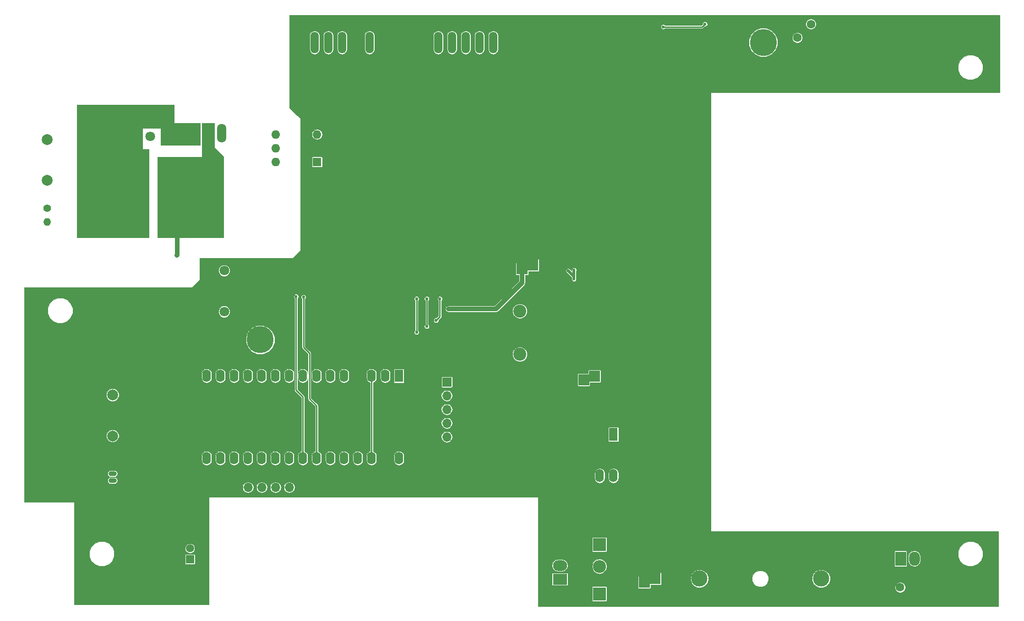
<source format=gbr>
G04 #@! TF.FileFunction,Copper,L2,Bot,Signal*
%FSLAX46Y46*%
G04 Gerber Fmt 4.6, Leading zero omitted, Abs format (unit mm)*
G04 Created by KiCad (PCBNEW 4.0.2-stable) date 2017-02-13 18:05:18*
%MOMM*%
G01*
G04 APERTURE LIST*
%ADD10C,0.100000*%
%ADD11C,1.200000*%
%ADD12O,1.501140X4.000500*%
%ADD13C,5.000000*%
%ADD14C,2.000000*%
%ADD15R,2.000000X2.000000*%
%ADD16R,1.800000X1.800000*%
%ADD17C,1.800000*%
%ADD18C,3.000000*%
%ADD19R,1.600000X2.400000*%
%ADD20O,1.600000X2.400000*%
%ADD21C,2.400000*%
%ADD22C,1.600000*%
%ADD23C,1.400000*%
%ADD24O,1.400000X1.400000*%
%ADD25O,1.501140X0.899160*%
%ADD26R,1.501140X0.899160*%
%ADD27R,1.600000X1.600000*%
%ADD28O,1.600000X1.600000*%
%ADD29O,1.699260X3.500120*%
%ADD30R,2.000000X2.600000*%
%ADD31O,2.000000X2.600000*%
%ADD32R,1.700000X1.700000*%
%ADD33O,1.700000X1.700000*%
%ADD34R,1.574800X2.286000*%
%ADD35O,1.574800X2.286000*%
%ADD36R,1.500000X1.500000*%
%ADD37C,1.500000*%
%ADD38C,3.200000*%
%ADD39R,2.600000X2.000000*%
%ADD40O,2.600000X2.000000*%
%ADD41R,2.400000X2.400000*%
%ADD42O,2.400000X2.400000*%
%ADD43C,0.600000*%
%ADD44C,0.508000*%
%ADD45C,0.812800*%
%ADD46C,0.254000*%
%ADD47C,0.030000*%
G04 APERTURE END LIST*
D10*
D11*
X90700000Y-83500000D03*
X94700000Y-85300000D03*
X92900000Y-86000000D03*
X91700000Y-85300000D03*
X88700000Y-85300000D03*
X85700000Y-85300000D03*
X86700000Y-86000000D03*
X94700000Y-83900000D03*
X93000000Y-83700000D03*
X91700000Y-83900000D03*
X90400000Y-86000000D03*
X88700000Y-83900000D03*
X85700000Y-83900000D03*
X96200000Y-82500000D03*
X94700000Y-82500000D03*
X93200000Y-82500000D03*
X91700000Y-82500000D03*
X90200000Y-82500000D03*
X88700000Y-82500000D03*
X87200000Y-82500000D03*
X85700000Y-82500000D03*
X96200000Y-81100000D03*
X94700000Y-81100000D03*
X93200000Y-81100000D03*
X91700000Y-81100000D03*
X90200000Y-81100000D03*
X88700000Y-81100000D03*
X87200000Y-81100000D03*
X85700000Y-81100000D03*
X96200000Y-79700000D03*
X94700000Y-79700000D03*
X93200000Y-79700000D03*
X91700000Y-79700000D03*
X90200000Y-79700000D03*
X88700000Y-79700000D03*
X87200000Y-79700000D03*
X85700000Y-79700000D03*
X96200000Y-78300000D03*
X94700000Y-78300000D03*
X93200000Y-78300000D03*
X91700000Y-78300000D03*
X90200000Y-78300000D03*
X88700000Y-78300000D03*
X87200000Y-78300000D03*
X85700000Y-78300000D03*
X96200000Y-76900000D03*
X94700000Y-76900000D03*
X93200000Y-76900000D03*
X91700000Y-76900000D03*
X90200000Y-76900000D03*
X88700000Y-76900000D03*
X87200000Y-76900000D03*
X85700000Y-76900000D03*
X96200000Y-75500000D03*
X93200000Y-75500000D03*
X91700000Y-75500000D03*
X90200000Y-75500000D03*
X94900000Y-70700000D03*
X87200000Y-75500000D03*
X85700000Y-75500000D03*
X94700000Y-74100000D03*
X95700000Y-71600000D03*
X91700000Y-74100000D03*
X93900000Y-71200000D03*
X88700000Y-74100000D03*
X94000000Y-69900000D03*
X85700000Y-74100000D03*
X94700000Y-72700000D03*
X93200000Y-72700000D03*
X91700000Y-72700000D03*
X90200000Y-72700000D03*
X88700000Y-72700000D03*
X87200000Y-72700000D03*
X85700000Y-72700000D03*
X89300000Y-69000000D03*
X87800000Y-69000000D03*
X86300000Y-69000000D03*
X89300000Y-67700000D03*
X87800000Y-67700000D03*
X86300000Y-67700000D03*
X89300000Y-66400000D03*
X87800000Y-66400000D03*
X86300000Y-66400000D03*
X85100000Y-65800000D03*
X83600000Y-65800000D03*
X87400000Y-64600000D03*
X85900000Y-64600000D03*
X84400000Y-64600000D03*
X87400000Y-63100000D03*
X85900000Y-63100000D03*
X82500000Y-86000000D03*
X79900000Y-85600000D03*
X78200000Y-86000000D03*
X76900000Y-85600000D03*
X75400000Y-85600000D03*
X73900000Y-85600000D03*
X72200000Y-86000000D03*
X70900000Y-85600000D03*
X82500000Y-84700000D03*
X79900000Y-84100000D03*
X82900000Y-63100000D03*
X76900000Y-84100000D03*
X75400000Y-84100000D03*
X73900000Y-84100000D03*
X72400000Y-84100000D03*
X70900000Y-84100000D03*
X81400000Y-82600000D03*
X79900000Y-82600000D03*
X78400000Y-82600000D03*
X76900000Y-82600000D03*
X75400000Y-82600000D03*
X73900000Y-82600000D03*
X72400000Y-82600000D03*
X70900000Y-82600000D03*
X81400000Y-81100000D03*
X79900000Y-81100000D03*
X78400000Y-81100000D03*
X76900000Y-81100000D03*
X75400000Y-81100000D03*
X73900000Y-81100000D03*
X72400000Y-81100000D03*
X70900000Y-81100000D03*
X81400000Y-79600000D03*
X79900000Y-79600000D03*
X78400000Y-79600000D03*
X76900000Y-79600000D03*
X75400000Y-79600000D03*
X73900000Y-79600000D03*
X72400000Y-79600000D03*
X70900000Y-79600000D03*
X81400000Y-78100000D03*
X79900000Y-78100000D03*
X78400000Y-78100000D03*
X76900000Y-78100000D03*
X75400000Y-78100000D03*
X73900000Y-78100000D03*
X72400000Y-78100000D03*
X70900000Y-78100000D03*
X81400000Y-76600000D03*
X79900000Y-76600000D03*
X78400000Y-76600000D03*
X76900000Y-76600000D03*
X75400000Y-76600000D03*
X73900000Y-76600000D03*
X72400000Y-76600000D03*
X70900000Y-76600000D03*
X81400000Y-75100000D03*
X82500000Y-73500000D03*
X78400000Y-75100000D03*
X76900000Y-75100000D03*
X75400000Y-75100000D03*
X82500000Y-78900000D03*
X72400000Y-75100000D03*
X70900000Y-75100000D03*
X82500000Y-71400000D03*
X79900000Y-73600000D03*
X82500000Y-77400000D03*
X76900000Y-73600000D03*
X82500000Y-81800000D03*
X73900000Y-73600000D03*
X72400000Y-73600000D03*
X70900000Y-73600000D03*
X81400000Y-72100000D03*
X82500000Y-75900000D03*
X78400000Y-72100000D03*
X76900000Y-72100000D03*
X75400000Y-72100000D03*
X82500000Y-80400000D03*
X82500000Y-83300000D03*
X70900000Y-72100000D03*
X81400000Y-70600000D03*
X79900000Y-70600000D03*
X78400000Y-70600000D03*
X76900000Y-70600000D03*
X75400000Y-70600000D03*
X73900000Y-70600000D03*
X72400000Y-70600000D03*
X70900000Y-70600000D03*
X81400000Y-69100000D03*
X79900000Y-69100000D03*
X78400000Y-69100000D03*
X76900000Y-69100000D03*
X75400000Y-69100000D03*
X73900000Y-69100000D03*
X72400000Y-69100000D03*
X70900000Y-69100000D03*
X81400000Y-67600000D03*
X79900000Y-67600000D03*
X78400000Y-67600000D03*
X84400000Y-63100000D03*
X75100000Y-67800000D03*
X73900000Y-67600000D03*
X72400000Y-67600000D03*
X70900000Y-67600000D03*
X81400000Y-66100000D03*
X79900000Y-66100000D03*
X78400000Y-66100000D03*
X82900000Y-64600000D03*
X77100000Y-65800000D03*
X73900000Y-66100000D03*
X72400000Y-66100000D03*
X70900000Y-66100000D03*
X81400000Y-64600000D03*
X79900000Y-64600000D03*
X78400000Y-64600000D03*
X76900000Y-64600000D03*
X75400000Y-64600000D03*
X73900000Y-64600000D03*
X72400000Y-64600000D03*
X70900000Y-64600000D03*
X81400000Y-63100000D03*
X79900000Y-63100000D03*
X78400000Y-63100000D03*
X76900000Y-63100000D03*
X75400000Y-63100000D03*
X73900000Y-63100000D03*
X72400000Y-63100000D03*
D12*
X111400840Y-50699420D03*
X113940840Y-50699420D03*
X116480840Y-50699420D03*
X119020840Y-50699420D03*
X121560840Y-50699420D03*
X124100840Y-50699420D03*
X126640840Y-50699420D03*
X129180840Y-50699420D03*
X131720840Y-50699420D03*
X134260840Y-50699420D03*
X136800840Y-50699420D03*
X139340840Y-50699420D03*
X141880840Y-50699420D03*
X144420840Y-50699420D03*
X146960840Y-50699420D03*
X149500840Y-50699420D03*
D13*
X196900000Y-50700000D03*
X103900000Y-105700000D03*
D14*
X76600000Y-115900160D03*
X76600000Y-123499840D03*
D15*
X154300000Y-91900000D03*
D14*
X154300000Y-86900000D03*
D15*
X152300000Y-92572144D03*
D14*
X156300000Y-86227856D03*
D15*
X163700000Y-113100000D03*
D14*
X163700000Y-118100000D03*
D15*
X165700000Y-112427856D03*
D14*
X161700000Y-118772144D03*
D15*
X176900000Y-149900000D03*
D14*
X176900000Y-144900000D03*
D15*
X174900000Y-150572144D03*
D14*
X178900000Y-144227856D03*
X64500000Y-68700000D03*
X64500000Y-76200000D03*
D16*
X94700000Y-92900000D03*
D17*
X97240000Y-92900000D03*
D16*
X94700000Y-100500000D03*
D17*
X97240000Y-100500000D03*
D18*
X207600000Y-149900000D03*
X185100000Y-149900000D03*
D19*
X169200000Y-123200000D03*
D20*
X166660000Y-130820000D03*
X166660000Y-123200000D03*
X169200000Y-130820000D03*
D21*
X151900000Y-100400000D03*
X151900000Y-108400000D03*
D22*
X203200000Y-49800000D03*
X205700000Y-47300000D03*
X208200000Y-49800000D03*
X222200000Y-151500000D03*
X227200000Y-152750000D03*
D23*
X64500000Y-81400000D03*
D24*
X64500000Y-83940000D03*
D17*
X83600000Y-68100000D03*
X76100000Y-66700000D03*
D25*
X76600000Y-131730000D03*
X76600000Y-130460000D03*
D26*
X76600000Y-133000000D03*
D27*
X114400000Y-72800000D03*
D28*
X106780000Y-67720000D03*
X114400000Y-70260000D03*
X106780000Y-70260000D03*
X114400000Y-67720000D03*
X106780000Y-72800000D03*
D29*
X94200000Y-67500000D03*
X91660000Y-67500000D03*
X96740000Y-67500000D03*
D30*
X222300000Y-146200000D03*
D31*
X224840000Y-146200000D03*
X227380000Y-146200000D03*
D32*
X138400000Y-113500000D03*
D33*
X138400000Y-116040000D03*
X138400000Y-118580000D03*
X138400000Y-121120000D03*
X138400000Y-123660000D03*
X138400000Y-126200000D03*
D34*
X129550000Y-112380000D03*
D35*
X127010000Y-112380000D03*
X124470000Y-112380000D03*
X121930000Y-112380000D03*
X119390000Y-112380000D03*
X116850000Y-112380000D03*
X114310000Y-112380000D03*
X111770000Y-112380000D03*
X109230000Y-112380000D03*
X106690000Y-112380000D03*
X104150000Y-112380000D03*
X101610000Y-112380000D03*
X99070000Y-112380000D03*
X96530000Y-112380000D03*
X93990000Y-112380000D03*
X93990000Y-127620000D03*
X96530000Y-127620000D03*
X99070000Y-127620000D03*
X101610000Y-127620000D03*
X104150000Y-127620000D03*
X106690000Y-127620000D03*
X109230000Y-127620000D03*
X111770000Y-127620000D03*
X114310000Y-127620000D03*
X116850000Y-127620000D03*
X119390000Y-127620000D03*
X121930000Y-127620000D03*
X124470000Y-127620000D03*
X127010000Y-127620000D03*
X129550000Y-127620000D03*
D32*
X111800000Y-133000000D03*
D33*
X109260000Y-133000000D03*
X106720000Y-133000000D03*
X104180000Y-133000000D03*
X101640000Y-133000000D03*
D36*
X90900000Y-146300000D03*
D37*
X90900000Y-144300000D03*
X90900000Y-142300000D03*
D38*
X94900000Y-84900000D03*
X88600000Y-84900000D03*
X94900000Y-73900000D03*
X88600000Y-73900000D03*
X79900000Y-84600000D03*
X73600000Y-84600000D03*
X79900000Y-73600000D03*
X73600000Y-73600000D03*
D39*
X159300000Y-150000000D03*
D40*
X159300000Y-147460000D03*
D41*
X166600000Y-143600000D03*
D42*
X166600000Y-138520000D03*
D41*
X166600000Y-152700000D03*
D42*
X166600000Y-147620000D03*
D11*
X70900000Y-63100000D03*
D43*
X161900000Y-92800000D03*
X160800000Y-92900000D03*
X138700000Y-100000000D03*
X171000000Y-134700000D03*
X80800000Y-135900000D03*
X156100000Y-128000000D03*
X158200000Y-128000000D03*
X157200000Y-128100000D03*
X158700000Y-129500000D03*
X158900000Y-130300000D03*
X158600000Y-131200000D03*
X155700000Y-131200000D03*
X155600000Y-129500000D03*
X155000000Y-130300000D03*
X174800000Y-132800000D03*
X181800000Y-101300000D03*
X181900000Y-99900000D03*
X181900000Y-98500000D03*
X181900000Y-97300000D03*
X181800000Y-104000000D03*
X181900000Y-105400000D03*
X181800000Y-106700000D03*
X181700000Y-107800000D03*
X181800000Y-102600000D03*
X168600000Y-107100000D03*
X167100000Y-107200000D03*
X165000000Y-107100000D03*
X163000000Y-92900000D03*
X164200000Y-106000000D03*
X164200000Y-102600000D03*
X178400000Y-47800000D03*
X186100000Y-47300000D03*
X110500000Y-97700000D03*
X111900000Y-97800000D03*
X132800000Y-98100000D03*
X132800000Y-104300000D03*
X134700000Y-98100000D03*
X134700000Y-103200000D03*
X137100000Y-98100000D03*
X136400000Y-102100000D03*
X88500000Y-90100000D03*
D44*
X161900000Y-94500000D02*
X161900000Y-94000000D01*
X161900000Y-92800000D02*
X161900000Y-94500000D01*
X161900000Y-94000000D02*
X160800000Y-92900000D01*
D45*
X152300000Y-92572144D02*
X152300000Y-95200000D01*
X147500000Y-100000000D02*
X138700000Y-100000000D01*
X152300000Y-95200000D02*
X147500000Y-100000000D01*
D44*
X181900000Y-105400000D02*
X181800000Y-105400000D01*
D46*
X185600000Y-47800000D02*
X178400000Y-47800000D01*
X186100000Y-47300000D02*
X185600000Y-47800000D01*
X111770000Y-127620000D02*
X111770000Y-116270000D01*
X110500000Y-115000000D02*
X110500000Y-97700000D01*
X111770000Y-116270000D02*
X110500000Y-115000000D01*
X114310000Y-127620000D02*
X114310000Y-117910000D01*
X111900000Y-107100000D02*
X111900000Y-97800000D01*
X113000000Y-108200000D02*
X111900000Y-107100000D01*
X113000000Y-116600000D02*
X113000000Y-108200000D01*
X114310000Y-117910000D02*
X113000000Y-116600000D01*
X132800000Y-104300000D02*
X132800000Y-98100000D01*
X134700000Y-103200000D02*
X134700000Y-98100000D01*
X137100000Y-101400000D02*
X137100000Y-98100000D01*
X136400000Y-102100000D02*
X137100000Y-101400000D01*
X124470000Y-112380000D02*
X124470000Y-127620000D01*
D45*
X88600000Y-90000000D02*
X88600000Y-84900000D01*
X88500000Y-90100000D02*
X88600000Y-90000000D01*
D47*
G36*
X87985000Y-65600000D02*
X87986182Y-65605836D01*
X87989541Y-65610752D01*
X87994548Y-65613974D01*
X88000000Y-65615000D01*
X92785000Y-65615000D01*
X92785000Y-69685000D01*
X85515000Y-69685000D01*
X85515000Y-66600000D01*
X85513818Y-66594164D01*
X85510459Y-66589248D01*
X85505452Y-66586026D01*
X85500000Y-66585000D01*
X82100000Y-66585000D01*
X82094164Y-66586182D01*
X82089248Y-66589541D01*
X82086026Y-66594548D01*
X82085000Y-66600000D01*
X82085000Y-70400000D01*
X82086182Y-70405836D01*
X82089541Y-70410752D01*
X82094548Y-70413974D01*
X82100000Y-70415000D01*
X83285000Y-70415000D01*
X83285000Y-86785000D01*
X70015000Y-86785000D01*
X70015000Y-62215000D01*
X87985000Y-62215000D01*
X87985000Y-65600000D01*
X87985000Y-65600000D01*
G37*
X87985000Y-65600000D02*
X87986182Y-65605836D01*
X87989541Y-65610752D01*
X87994548Y-65613974D01*
X88000000Y-65615000D01*
X92785000Y-65615000D01*
X92785000Y-69685000D01*
X85515000Y-69685000D01*
X85515000Y-66600000D01*
X85513818Y-66594164D01*
X85510459Y-66589248D01*
X85505452Y-66586026D01*
X85500000Y-66585000D01*
X82100000Y-66585000D01*
X82094164Y-66586182D01*
X82089248Y-66589541D01*
X82086026Y-66594548D01*
X82085000Y-66600000D01*
X82085000Y-70400000D01*
X82086182Y-70405836D01*
X82089541Y-70410752D01*
X82094548Y-70413974D01*
X82100000Y-70415000D01*
X83285000Y-70415000D01*
X83285000Y-86785000D01*
X70015000Y-86785000D01*
X70015000Y-62215000D01*
X87985000Y-62215000D01*
X87985000Y-65600000D01*
G36*
X95385000Y-70100000D02*
X95386182Y-70105836D01*
X95389393Y-70110607D01*
X97085000Y-71806214D01*
X97085000Y-86785000D01*
X84915000Y-86785000D01*
X84915000Y-71915000D01*
X93100000Y-71915000D01*
X93105836Y-71913818D01*
X93110752Y-71910459D01*
X93113974Y-71905452D01*
X93115000Y-71900000D01*
X93115000Y-65615000D01*
X95385000Y-65615000D01*
X95385000Y-70100000D01*
X95385000Y-70100000D01*
G37*
X95385000Y-70100000D02*
X95386182Y-70105836D01*
X95389393Y-70110607D01*
X97085000Y-71806214D01*
X97085000Y-86785000D01*
X84915000Y-86785000D01*
X84915000Y-71915000D01*
X93100000Y-71915000D01*
X93105836Y-71913818D01*
X93110752Y-71910459D01*
X93113974Y-71905452D01*
X93115000Y-71900000D01*
X93115000Y-65615000D01*
X95385000Y-65615000D01*
X95385000Y-70100000D01*
G36*
X240585000Y-59985000D02*
X187200000Y-59985000D01*
X187194164Y-59986182D01*
X187189248Y-59989541D01*
X187186026Y-59994548D01*
X187185000Y-60000000D01*
X187185000Y-141100000D01*
X187186182Y-141105836D01*
X187189541Y-141110752D01*
X187194548Y-141113974D01*
X187200000Y-141115000D01*
X240385000Y-141115000D01*
X240385000Y-154985000D01*
X155315000Y-154985000D01*
X155315000Y-151500000D01*
X165231768Y-151500000D01*
X165231768Y-153900000D01*
X165243273Y-153961145D01*
X165279410Y-154017303D01*
X165334548Y-154054978D01*
X165400000Y-154068232D01*
X167800000Y-154068232D01*
X167861145Y-154056727D01*
X167917303Y-154020590D01*
X167954978Y-153965452D01*
X167968232Y-153900000D01*
X167968232Y-151500000D01*
X167956727Y-151438855D01*
X167920590Y-151382697D01*
X167865452Y-151345022D01*
X167800000Y-151331768D01*
X165400000Y-151331768D01*
X165338855Y-151343273D01*
X165282697Y-151379410D01*
X165245022Y-151434548D01*
X165231768Y-151500000D01*
X155315000Y-151500000D01*
X155315000Y-149000000D01*
X157831768Y-149000000D01*
X157831768Y-151000000D01*
X157843273Y-151061145D01*
X157879410Y-151117303D01*
X157934548Y-151154978D01*
X158000000Y-151168232D01*
X160600000Y-151168232D01*
X160661145Y-151156727D01*
X160717303Y-151120590D01*
X160754978Y-151065452D01*
X160768232Y-151000000D01*
X160768232Y-149572144D01*
X173731768Y-149572144D01*
X173731768Y-151572144D01*
X173743273Y-151633289D01*
X173779410Y-151689447D01*
X173834548Y-151727122D01*
X173900000Y-151740376D01*
X175900000Y-151740376D01*
X175961145Y-151728871D01*
X176017303Y-151692734D01*
X176018414Y-151691108D01*
X221234833Y-151691108D01*
X221381436Y-152045914D01*
X221652658Y-152317610D01*
X222007208Y-152464832D01*
X222391108Y-152465167D01*
X222745914Y-152318564D01*
X223017610Y-152047342D01*
X223164832Y-151692792D01*
X223165167Y-151308892D01*
X223018564Y-150954086D01*
X222747342Y-150682390D01*
X222392792Y-150535168D01*
X222008892Y-150534833D01*
X221654086Y-150681436D01*
X221382390Y-150952658D01*
X221235168Y-151307208D01*
X221234833Y-151691108D01*
X176018414Y-151691108D01*
X176054978Y-151637596D01*
X176068232Y-151572144D01*
X176068232Y-151068232D01*
X177900000Y-151068232D01*
X177961145Y-151056727D01*
X178017303Y-151020590D01*
X178054978Y-150965452D01*
X178068232Y-150900000D01*
X178068232Y-150229736D01*
X183434712Y-150229736D01*
X183687659Y-150841914D01*
X184155622Y-151310695D01*
X184767358Y-151564710D01*
X185429736Y-151565288D01*
X186041914Y-151312341D01*
X186510695Y-150844378D01*
X186764710Y-150232642D01*
X186764738Y-150200030D01*
X194834737Y-150200030D01*
X195064896Y-150757058D01*
X195490701Y-151183606D01*
X196047326Y-151414737D01*
X196650030Y-151415263D01*
X197207058Y-151185104D01*
X197633606Y-150759299D01*
X197853499Y-150229736D01*
X205934712Y-150229736D01*
X206187659Y-150841914D01*
X206655622Y-151310695D01*
X207267358Y-151564710D01*
X207929736Y-151565288D01*
X208541914Y-151312341D01*
X209010695Y-150844378D01*
X209264710Y-150232642D01*
X209265288Y-149570264D01*
X209012341Y-148958086D01*
X208544378Y-148489305D01*
X207932642Y-148235290D01*
X207270264Y-148234712D01*
X206658086Y-148487659D01*
X206189305Y-148955622D01*
X205935290Y-149567358D01*
X205934712Y-150229736D01*
X197853499Y-150229736D01*
X197864737Y-150202674D01*
X197865263Y-149599970D01*
X197635104Y-149042942D01*
X197209299Y-148616394D01*
X196652674Y-148385263D01*
X196049970Y-148384737D01*
X195492942Y-148614896D01*
X195066394Y-149040701D01*
X194835263Y-149597326D01*
X194834737Y-150200030D01*
X186764738Y-150200030D01*
X186765288Y-149570264D01*
X186512341Y-148958086D01*
X186044378Y-148489305D01*
X185432642Y-148235290D01*
X184770264Y-148234712D01*
X184158086Y-148487659D01*
X183689305Y-148955622D01*
X183435290Y-149567358D01*
X183434712Y-150229736D01*
X178068232Y-150229736D01*
X178068232Y-148900000D01*
X178056727Y-148838855D01*
X178020590Y-148782697D01*
X177965452Y-148745022D01*
X177900000Y-148731768D01*
X175900000Y-148731768D01*
X175838855Y-148743273D01*
X175782697Y-148779410D01*
X175745022Y-148834548D01*
X175731768Y-148900000D01*
X175731768Y-149403912D01*
X173900000Y-149403912D01*
X173838855Y-149415417D01*
X173782697Y-149451554D01*
X173745022Y-149506692D01*
X173731768Y-149572144D01*
X160768232Y-149572144D01*
X160768232Y-149000000D01*
X160756727Y-148938855D01*
X160720590Y-148882697D01*
X160665452Y-148845022D01*
X160600000Y-148831768D01*
X158000000Y-148831768D01*
X157938855Y-148843273D01*
X157882697Y-148879410D01*
X157845022Y-148934548D01*
X157831768Y-149000000D01*
X155315000Y-149000000D01*
X155315000Y-147460000D01*
X157806299Y-147460000D01*
X157894979Y-147905826D01*
X158147520Y-148283779D01*
X158525473Y-148536320D01*
X158971299Y-148625000D01*
X159628701Y-148625000D01*
X160074527Y-148536320D01*
X160452480Y-148283779D01*
X160705021Y-147905826D01*
X160767194Y-147593258D01*
X165235000Y-147593258D01*
X165235000Y-147646742D01*
X165338904Y-148169105D01*
X165634799Y-148611943D01*
X166077637Y-148907838D01*
X166600000Y-149011742D01*
X167122363Y-148907838D01*
X167565201Y-148611943D01*
X167861096Y-148169105D01*
X167965000Y-147646742D01*
X167965000Y-147593258D01*
X167861096Y-147070895D01*
X167565201Y-146628057D01*
X167122363Y-146332162D01*
X166600000Y-146228258D01*
X166077637Y-146332162D01*
X165634799Y-146628057D01*
X165338904Y-147070895D01*
X165235000Y-147593258D01*
X160767194Y-147593258D01*
X160793701Y-147460000D01*
X160705021Y-147014174D01*
X160452480Y-146636221D01*
X160074527Y-146383680D01*
X159628701Y-146295000D01*
X158971299Y-146295000D01*
X158525473Y-146383680D01*
X158147520Y-146636221D01*
X157894979Y-147014174D01*
X157806299Y-147460000D01*
X155315000Y-147460000D01*
X155315000Y-142400000D01*
X165231768Y-142400000D01*
X165231768Y-144800000D01*
X165243273Y-144861145D01*
X165279410Y-144917303D01*
X165334548Y-144954978D01*
X165400000Y-144968232D01*
X167800000Y-144968232D01*
X167861145Y-144956727D01*
X167917303Y-144920590D01*
X167931371Y-144900000D01*
X221131768Y-144900000D01*
X221131768Y-147500000D01*
X221143273Y-147561145D01*
X221179410Y-147617303D01*
X221234548Y-147654978D01*
X221300000Y-147668232D01*
X223300000Y-147668232D01*
X223361145Y-147656727D01*
X223417303Y-147620590D01*
X223454978Y-147565452D01*
X223468232Y-147500000D01*
X223468232Y-145871299D01*
X223675000Y-145871299D01*
X223675000Y-146528701D01*
X223763680Y-146974527D01*
X224016221Y-147352480D01*
X224394174Y-147605021D01*
X224840000Y-147693701D01*
X225285826Y-147605021D01*
X225663779Y-147352480D01*
X225916320Y-146974527D01*
X226005000Y-146528701D01*
X226005000Y-145871299D01*
X225982556Y-145758462D01*
X232884599Y-145758462D01*
X233236294Y-146609629D01*
X233886945Y-147261418D01*
X234737498Y-147614598D01*
X235658462Y-147615401D01*
X236509629Y-147263706D01*
X237161418Y-146613055D01*
X237514598Y-145762502D01*
X237515401Y-144841538D01*
X237163706Y-143990371D01*
X236513055Y-143338582D01*
X235662502Y-142985402D01*
X234741538Y-142984599D01*
X233890371Y-143336294D01*
X233238582Y-143986945D01*
X232885402Y-144837498D01*
X232884599Y-145758462D01*
X225982556Y-145758462D01*
X225916320Y-145425473D01*
X225663779Y-145047520D01*
X225285826Y-144794979D01*
X224840000Y-144706299D01*
X224394174Y-144794979D01*
X224016221Y-145047520D01*
X223763680Y-145425473D01*
X223675000Y-145871299D01*
X223468232Y-145871299D01*
X223468232Y-144900000D01*
X223456727Y-144838855D01*
X223420590Y-144782697D01*
X223365452Y-144745022D01*
X223300000Y-144731768D01*
X221300000Y-144731768D01*
X221238855Y-144743273D01*
X221182697Y-144779410D01*
X221145022Y-144834548D01*
X221131768Y-144900000D01*
X167931371Y-144900000D01*
X167954978Y-144865452D01*
X167968232Y-144800000D01*
X167968232Y-142400000D01*
X167956727Y-142338855D01*
X167920590Y-142282697D01*
X167865452Y-142245022D01*
X167800000Y-142231768D01*
X165400000Y-142231768D01*
X165338855Y-142243273D01*
X165282697Y-142279410D01*
X165245022Y-142334548D01*
X165231768Y-142400000D01*
X155315000Y-142400000D01*
X155315000Y-134800000D01*
X155313818Y-134794164D01*
X155310459Y-134789248D01*
X155305452Y-134786026D01*
X155300000Y-134785000D01*
X94400000Y-134785000D01*
X94394164Y-134786182D01*
X94389248Y-134789541D01*
X94386026Y-134794548D01*
X94385000Y-134800000D01*
X94385000Y-154685000D01*
X69515000Y-154685000D01*
X69515000Y-145758462D01*
X72284599Y-145758462D01*
X72636294Y-146609629D01*
X73286945Y-147261418D01*
X74137498Y-147614598D01*
X75058462Y-147615401D01*
X75909629Y-147263706D01*
X76561418Y-146613055D01*
X76914598Y-145762502D01*
X76914783Y-145550000D01*
X89981768Y-145550000D01*
X89981768Y-147050000D01*
X89993273Y-147111145D01*
X90029410Y-147167303D01*
X90084548Y-147204978D01*
X90150000Y-147218232D01*
X91650000Y-147218232D01*
X91711145Y-147206727D01*
X91767303Y-147170590D01*
X91804978Y-147115452D01*
X91818232Y-147050000D01*
X91818232Y-145550000D01*
X91806727Y-145488855D01*
X91770590Y-145432697D01*
X91715452Y-145395022D01*
X91650000Y-145381768D01*
X90150000Y-145381768D01*
X90088855Y-145393273D01*
X90032697Y-145429410D01*
X89995022Y-145484548D01*
X89981768Y-145550000D01*
X76914783Y-145550000D01*
X76915401Y-144841538D01*
X76766515Y-144481206D01*
X89984841Y-144481206D01*
X90123848Y-144817629D01*
X90381017Y-145075247D01*
X90717197Y-145214841D01*
X91081206Y-145215159D01*
X91417629Y-145076152D01*
X91675247Y-144818983D01*
X91814841Y-144482803D01*
X91815159Y-144118794D01*
X91676152Y-143782371D01*
X91418983Y-143524753D01*
X91082803Y-143385159D01*
X90718794Y-143384841D01*
X90382371Y-143523848D01*
X90124753Y-143781017D01*
X89985159Y-144117197D01*
X89984841Y-144481206D01*
X76766515Y-144481206D01*
X76563706Y-143990371D01*
X75913055Y-143338582D01*
X75062502Y-142985402D01*
X74141538Y-142984599D01*
X73290371Y-143336294D01*
X72638582Y-143986945D01*
X72285402Y-144837498D01*
X72284599Y-145758462D01*
X69515000Y-145758462D01*
X69515000Y-135700000D01*
X69513818Y-135694164D01*
X69510459Y-135689248D01*
X69505452Y-135686026D01*
X69500000Y-135685000D01*
X60315000Y-135685000D01*
X60315000Y-132980115D01*
X100625000Y-132980115D01*
X100625000Y-133019885D01*
X100702262Y-133408309D01*
X100922287Y-133737598D01*
X101251576Y-133957623D01*
X101640000Y-134034885D01*
X102028424Y-133957623D01*
X102357713Y-133737598D01*
X102577738Y-133408309D01*
X102655000Y-133019885D01*
X102655000Y-132980115D01*
X103165000Y-132980115D01*
X103165000Y-133019885D01*
X103242262Y-133408309D01*
X103462287Y-133737598D01*
X103791576Y-133957623D01*
X104180000Y-134034885D01*
X104568424Y-133957623D01*
X104897713Y-133737598D01*
X105117738Y-133408309D01*
X105195000Y-133019885D01*
X105195000Y-132980115D01*
X105705000Y-132980115D01*
X105705000Y-133019885D01*
X105782262Y-133408309D01*
X106002287Y-133737598D01*
X106331576Y-133957623D01*
X106720000Y-134034885D01*
X107108424Y-133957623D01*
X107437713Y-133737598D01*
X107657738Y-133408309D01*
X107735000Y-133019885D01*
X107735000Y-132980115D01*
X108245000Y-132980115D01*
X108245000Y-133019885D01*
X108322262Y-133408309D01*
X108542287Y-133737598D01*
X108871576Y-133957623D01*
X109260000Y-134034885D01*
X109648424Y-133957623D01*
X109977713Y-133737598D01*
X110197738Y-133408309D01*
X110275000Y-133019885D01*
X110275000Y-132980115D01*
X110197738Y-132591691D01*
X109977713Y-132262402D01*
X109648424Y-132042377D01*
X109260000Y-131965115D01*
X108871576Y-132042377D01*
X108542287Y-132262402D01*
X108322262Y-132591691D01*
X108245000Y-132980115D01*
X107735000Y-132980115D01*
X107657738Y-132591691D01*
X107437713Y-132262402D01*
X107108424Y-132042377D01*
X106720000Y-131965115D01*
X106331576Y-132042377D01*
X106002287Y-132262402D01*
X105782262Y-132591691D01*
X105705000Y-132980115D01*
X105195000Y-132980115D01*
X105117738Y-132591691D01*
X104897713Y-132262402D01*
X104568424Y-132042377D01*
X104180000Y-131965115D01*
X103791576Y-132042377D01*
X103462287Y-132262402D01*
X103242262Y-132591691D01*
X103165000Y-132980115D01*
X102655000Y-132980115D01*
X102577738Y-132591691D01*
X102357713Y-132262402D01*
X102028424Y-132042377D01*
X101640000Y-131965115D01*
X101251576Y-132042377D01*
X100922287Y-132262402D01*
X100702262Y-132591691D01*
X100625000Y-132980115D01*
X60315000Y-132980115D01*
X60315000Y-131730000D01*
X75666493Y-131730000D01*
X75713275Y-131965190D01*
X75846499Y-132164574D01*
X76045883Y-132297798D01*
X76281073Y-132344580D01*
X76918927Y-132344580D01*
X77154117Y-132297798D01*
X77353501Y-132164574D01*
X77486725Y-131965190D01*
X77533507Y-131730000D01*
X77486725Y-131494810D01*
X77353501Y-131295426D01*
X77154117Y-131162202D01*
X76918927Y-131115420D01*
X76281073Y-131115420D01*
X76045883Y-131162202D01*
X75846499Y-131295426D01*
X75713275Y-131494810D01*
X75666493Y-131730000D01*
X60315000Y-131730000D01*
X60315000Y-130460000D01*
X75666493Y-130460000D01*
X75713275Y-130695190D01*
X75846499Y-130894574D01*
X76045883Y-131027798D01*
X76281073Y-131074580D01*
X76918927Y-131074580D01*
X77154117Y-131027798D01*
X77353501Y-130894574D01*
X77486725Y-130695190D01*
X77533507Y-130460000D01*
X77520232Y-130393258D01*
X165695000Y-130393258D01*
X165695000Y-131246742D01*
X165768456Y-131616032D01*
X165977642Y-131929100D01*
X166290710Y-132138286D01*
X166660000Y-132211742D01*
X167029290Y-132138286D01*
X167342358Y-131929100D01*
X167551544Y-131616032D01*
X167625000Y-131246742D01*
X167625000Y-130393258D01*
X168235000Y-130393258D01*
X168235000Y-131246742D01*
X168308456Y-131616032D01*
X168517642Y-131929100D01*
X168830710Y-132138286D01*
X169200000Y-132211742D01*
X169569290Y-132138286D01*
X169882358Y-131929100D01*
X170091544Y-131616032D01*
X170165000Y-131246742D01*
X170165000Y-130393258D01*
X170091544Y-130023968D01*
X169882358Y-129710900D01*
X169569290Y-129501714D01*
X169200000Y-129428258D01*
X168830710Y-129501714D01*
X168517642Y-129710900D01*
X168308456Y-130023968D01*
X168235000Y-130393258D01*
X167625000Y-130393258D01*
X167551544Y-130023968D01*
X167342358Y-129710900D01*
X167029290Y-129501714D01*
X166660000Y-129428258D01*
X166290710Y-129501714D01*
X165977642Y-129710900D01*
X165768456Y-130023968D01*
X165695000Y-130393258D01*
X77520232Y-130393258D01*
X77486725Y-130224810D01*
X77353501Y-130025426D01*
X77154117Y-129892202D01*
X76918927Y-129845420D01*
X76281073Y-129845420D01*
X76045883Y-129892202D01*
X75846499Y-130025426D01*
X75713275Y-130224810D01*
X75666493Y-130460000D01*
X60315000Y-130460000D01*
X60315000Y-127238775D01*
X93037600Y-127238775D01*
X93037600Y-128001225D01*
X93110097Y-128365693D01*
X93316552Y-128674673D01*
X93625532Y-128881128D01*
X93990000Y-128953625D01*
X94354468Y-128881128D01*
X94663448Y-128674673D01*
X94869903Y-128365693D01*
X94942400Y-128001225D01*
X94942400Y-127238775D01*
X95577600Y-127238775D01*
X95577600Y-128001225D01*
X95650097Y-128365693D01*
X95856552Y-128674673D01*
X96165532Y-128881128D01*
X96530000Y-128953625D01*
X96894468Y-128881128D01*
X97203448Y-128674673D01*
X97409903Y-128365693D01*
X97482400Y-128001225D01*
X97482400Y-127238775D01*
X98117600Y-127238775D01*
X98117600Y-128001225D01*
X98190097Y-128365693D01*
X98396552Y-128674673D01*
X98705532Y-128881128D01*
X99070000Y-128953625D01*
X99434468Y-128881128D01*
X99743448Y-128674673D01*
X99949903Y-128365693D01*
X100022400Y-128001225D01*
X100022400Y-127238775D01*
X100657600Y-127238775D01*
X100657600Y-128001225D01*
X100730097Y-128365693D01*
X100936552Y-128674673D01*
X101245532Y-128881128D01*
X101610000Y-128953625D01*
X101974468Y-128881128D01*
X102283448Y-128674673D01*
X102489903Y-128365693D01*
X102562400Y-128001225D01*
X102562400Y-127238775D01*
X103197600Y-127238775D01*
X103197600Y-128001225D01*
X103270097Y-128365693D01*
X103476552Y-128674673D01*
X103785532Y-128881128D01*
X104150000Y-128953625D01*
X104514468Y-128881128D01*
X104823448Y-128674673D01*
X105029903Y-128365693D01*
X105102400Y-128001225D01*
X105102400Y-127238775D01*
X105737600Y-127238775D01*
X105737600Y-128001225D01*
X105810097Y-128365693D01*
X106016552Y-128674673D01*
X106325532Y-128881128D01*
X106690000Y-128953625D01*
X107054468Y-128881128D01*
X107363448Y-128674673D01*
X107569903Y-128365693D01*
X107642400Y-128001225D01*
X107642400Y-127238775D01*
X108277600Y-127238775D01*
X108277600Y-128001225D01*
X108350097Y-128365693D01*
X108556552Y-128674673D01*
X108865532Y-128881128D01*
X109230000Y-128953625D01*
X109594468Y-128881128D01*
X109903448Y-128674673D01*
X110109903Y-128365693D01*
X110182400Y-128001225D01*
X110182400Y-127238775D01*
X110109903Y-126874307D01*
X109903448Y-126565327D01*
X109594468Y-126358872D01*
X109230000Y-126286375D01*
X108865532Y-126358872D01*
X108556552Y-126565327D01*
X108350097Y-126874307D01*
X108277600Y-127238775D01*
X107642400Y-127238775D01*
X107569903Y-126874307D01*
X107363448Y-126565327D01*
X107054468Y-126358872D01*
X106690000Y-126286375D01*
X106325532Y-126358872D01*
X106016552Y-126565327D01*
X105810097Y-126874307D01*
X105737600Y-127238775D01*
X105102400Y-127238775D01*
X105029903Y-126874307D01*
X104823448Y-126565327D01*
X104514468Y-126358872D01*
X104150000Y-126286375D01*
X103785532Y-126358872D01*
X103476552Y-126565327D01*
X103270097Y-126874307D01*
X103197600Y-127238775D01*
X102562400Y-127238775D01*
X102489903Y-126874307D01*
X102283448Y-126565327D01*
X101974468Y-126358872D01*
X101610000Y-126286375D01*
X101245532Y-126358872D01*
X100936552Y-126565327D01*
X100730097Y-126874307D01*
X100657600Y-127238775D01*
X100022400Y-127238775D01*
X99949903Y-126874307D01*
X99743448Y-126565327D01*
X99434468Y-126358872D01*
X99070000Y-126286375D01*
X98705532Y-126358872D01*
X98396552Y-126565327D01*
X98190097Y-126874307D01*
X98117600Y-127238775D01*
X97482400Y-127238775D01*
X97409903Y-126874307D01*
X97203448Y-126565327D01*
X96894468Y-126358872D01*
X96530000Y-126286375D01*
X96165532Y-126358872D01*
X95856552Y-126565327D01*
X95650097Y-126874307D01*
X95577600Y-127238775D01*
X94942400Y-127238775D01*
X94869903Y-126874307D01*
X94663448Y-126565327D01*
X94354468Y-126358872D01*
X93990000Y-126286375D01*
X93625532Y-126358872D01*
X93316552Y-126565327D01*
X93110097Y-126874307D01*
X93037600Y-127238775D01*
X60315000Y-127238775D01*
X60315000Y-123730556D01*
X75434798Y-123730556D01*
X75611785Y-124158898D01*
X75939219Y-124486903D01*
X76367250Y-124664638D01*
X76830716Y-124665042D01*
X77259058Y-124488055D01*
X77587063Y-124160621D01*
X77764798Y-123732590D01*
X77765202Y-123269124D01*
X77588215Y-122840782D01*
X77260781Y-122512777D01*
X76832750Y-122335042D01*
X76369284Y-122334638D01*
X75940942Y-122511625D01*
X75612937Y-122839059D01*
X75435202Y-123267090D01*
X75434798Y-123730556D01*
X60315000Y-123730556D01*
X60315000Y-116130876D01*
X75434798Y-116130876D01*
X75611785Y-116559218D01*
X75939219Y-116887223D01*
X76367250Y-117064958D01*
X76830716Y-117065362D01*
X77259058Y-116888375D01*
X77587063Y-116560941D01*
X77764798Y-116132910D01*
X77765202Y-115669444D01*
X77588215Y-115241102D01*
X77260781Y-114913097D01*
X76832750Y-114735362D01*
X76369284Y-114734958D01*
X75940942Y-114911945D01*
X75612937Y-115239379D01*
X75435202Y-115667410D01*
X75434798Y-116130876D01*
X60315000Y-116130876D01*
X60315000Y-111998775D01*
X93037600Y-111998775D01*
X93037600Y-112761225D01*
X93110097Y-113125693D01*
X93316552Y-113434673D01*
X93625532Y-113641128D01*
X93990000Y-113713625D01*
X94354468Y-113641128D01*
X94663448Y-113434673D01*
X94869903Y-113125693D01*
X94942400Y-112761225D01*
X94942400Y-111998775D01*
X95577600Y-111998775D01*
X95577600Y-112761225D01*
X95650097Y-113125693D01*
X95856552Y-113434673D01*
X96165532Y-113641128D01*
X96530000Y-113713625D01*
X96894468Y-113641128D01*
X97203448Y-113434673D01*
X97409903Y-113125693D01*
X97482400Y-112761225D01*
X97482400Y-111998775D01*
X98117600Y-111998775D01*
X98117600Y-112761225D01*
X98190097Y-113125693D01*
X98396552Y-113434673D01*
X98705532Y-113641128D01*
X99070000Y-113713625D01*
X99434468Y-113641128D01*
X99743448Y-113434673D01*
X99949903Y-113125693D01*
X100022400Y-112761225D01*
X100022400Y-111998775D01*
X100657600Y-111998775D01*
X100657600Y-112761225D01*
X100730097Y-113125693D01*
X100936552Y-113434673D01*
X101245532Y-113641128D01*
X101610000Y-113713625D01*
X101974468Y-113641128D01*
X102283448Y-113434673D01*
X102489903Y-113125693D01*
X102562400Y-112761225D01*
X102562400Y-111998775D01*
X103197600Y-111998775D01*
X103197600Y-112761225D01*
X103270097Y-113125693D01*
X103476552Y-113434673D01*
X103785532Y-113641128D01*
X104150000Y-113713625D01*
X104514468Y-113641128D01*
X104823448Y-113434673D01*
X105029903Y-113125693D01*
X105102400Y-112761225D01*
X105102400Y-111998775D01*
X105737600Y-111998775D01*
X105737600Y-112761225D01*
X105810097Y-113125693D01*
X106016552Y-113434673D01*
X106325532Y-113641128D01*
X106690000Y-113713625D01*
X107054468Y-113641128D01*
X107363448Y-113434673D01*
X107569903Y-113125693D01*
X107642400Y-112761225D01*
X107642400Y-111998775D01*
X108277600Y-111998775D01*
X108277600Y-112761225D01*
X108350097Y-113125693D01*
X108556552Y-113434673D01*
X108865532Y-113641128D01*
X109230000Y-113713625D01*
X109594468Y-113641128D01*
X109903448Y-113434673D01*
X110109903Y-113125693D01*
X110182400Y-112761225D01*
X110182400Y-111998775D01*
X110109903Y-111634307D01*
X109903448Y-111325327D01*
X109594468Y-111118872D01*
X109230000Y-111046375D01*
X108865532Y-111118872D01*
X108556552Y-111325327D01*
X108350097Y-111634307D01*
X108277600Y-111998775D01*
X107642400Y-111998775D01*
X107569903Y-111634307D01*
X107363448Y-111325327D01*
X107054468Y-111118872D01*
X106690000Y-111046375D01*
X106325532Y-111118872D01*
X106016552Y-111325327D01*
X105810097Y-111634307D01*
X105737600Y-111998775D01*
X105102400Y-111998775D01*
X105029903Y-111634307D01*
X104823448Y-111325327D01*
X104514468Y-111118872D01*
X104150000Y-111046375D01*
X103785532Y-111118872D01*
X103476552Y-111325327D01*
X103270097Y-111634307D01*
X103197600Y-111998775D01*
X102562400Y-111998775D01*
X102489903Y-111634307D01*
X102283448Y-111325327D01*
X101974468Y-111118872D01*
X101610000Y-111046375D01*
X101245532Y-111118872D01*
X100936552Y-111325327D01*
X100730097Y-111634307D01*
X100657600Y-111998775D01*
X100022400Y-111998775D01*
X99949903Y-111634307D01*
X99743448Y-111325327D01*
X99434468Y-111118872D01*
X99070000Y-111046375D01*
X98705532Y-111118872D01*
X98396552Y-111325327D01*
X98190097Y-111634307D01*
X98117600Y-111998775D01*
X97482400Y-111998775D01*
X97409903Y-111634307D01*
X97203448Y-111325327D01*
X96894468Y-111118872D01*
X96530000Y-111046375D01*
X96165532Y-111118872D01*
X95856552Y-111325327D01*
X95650097Y-111634307D01*
X95577600Y-111998775D01*
X94942400Y-111998775D01*
X94869903Y-111634307D01*
X94663448Y-111325327D01*
X94354468Y-111118872D01*
X93990000Y-111046375D01*
X93625532Y-111118872D01*
X93316552Y-111325327D01*
X93110097Y-111634307D01*
X93037600Y-111998775D01*
X60315000Y-111998775D01*
X60315000Y-106227776D01*
X101234539Y-106227776D01*
X101639406Y-107207629D01*
X102388428Y-107957959D01*
X103367573Y-108364536D01*
X104427776Y-108365461D01*
X105407629Y-107960594D01*
X106157959Y-107211572D01*
X106564536Y-106232427D01*
X106565461Y-105172224D01*
X106160594Y-104192371D01*
X105411572Y-103442041D01*
X104432427Y-103035464D01*
X103372224Y-103034539D01*
X102392371Y-103439406D01*
X101642041Y-104188428D01*
X101235464Y-105167573D01*
X101234539Y-106227776D01*
X60315000Y-106227776D01*
X60315000Y-100758462D01*
X64584599Y-100758462D01*
X64936294Y-101609629D01*
X65586945Y-102261418D01*
X66437498Y-102614598D01*
X67358462Y-102615401D01*
X68209629Y-102263706D01*
X68861418Y-101613055D01*
X69214598Y-100762502D01*
X69214642Y-100710912D01*
X96174815Y-100710912D01*
X96336610Y-101102486D01*
X96635938Y-101402337D01*
X97027229Y-101564815D01*
X97450912Y-101565185D01*
X97842486Y-101403390D01*
X98142337Y-101104062D01*
X98304815Y-100712771D01*
X98305185Y-100289088D01*
X98143390Y-99897514D01*
X97844062Y-99597663D01*
X97452771Y-99435185D01*
X97029088Y-99434815D01*
X96637514Y-99596610D01*
X96337663Y-99895938D01*
X96175185Y-100287229D01*
X96174815Y-100710912D01*
X69214642Y-100710912D01*
X69215401Y-99841538D01*
X68863706Y-98990371D01*
X68213055Y-98338582D01*
X67362502Y-97985402D01*
X66441538Y-97984599D01*
X65590371Y-98336294D01*
X64938582Y-98986945D01*
X64585402Y-99837498D01*
X64584599Y-100758462D01*
X60315000Y-100758462D01*
X60315000Y-97792088D01*
X110034919Y-97792088D01*
X110105562Y-97963057D01*
X110208000Y-98065674D01*
X110208000Y-115000000D01*
X110230227Y-115111744D01*
X110293525Y-115206475D01*
X111478000Y-116390950D01*
X111478000Y-126344457D01*
X111405532Y-126358872D01*
X111096552Y-126565327D01*
X110890097Y-126874307D01*
X110817600Y-127238775D01*
X110817600Y-128001225D01*
X110890097Y-128365693D01*
X111096552Y-128674673D01*
X111405532Y-128881128D01*
X111770000Y-128953625D01*
X112134468Y-128881128D01*
X112443448Y-128674673D01*
X112649903Y-128365693D01*
X112722400Y-128001225D01*
X112722400Y-127238775D01*
X112649903Y-126874307D01*
X112443448Y-126565327D01*
X112134468Y-126358872D01*
X112062000Y-126344457D01*
X112062000Y-116270000D01*
X112039773Y-116158256D01*
X111976475Y-116063525D01*
X110792000Y-114879050D01*
X110792000Y-111998775D01*
X110817600Y-111998775D01*
X110817600Y-112761225D01*
X110890097Y-113125693D01*
X111096552Y-113434673D01*
X111405532Y-113641128D01*
X111770000Y-113713625D01*
X112134468Y-113641128D01*
X112443448Y-113434673D01*
X112649903Y-113125693D01*
X112708000Y-112833619D01*
X112708000Y-116600000D01*
X112730227Y-116711744D01*
X112760943Y-116757713D01*
X112793525Y-116806475D01*
X114018000Y-118030950D01*
X114018000Y-126344457D01*
X113945532Y-126358872D01*
X113636552Y-126565327D01*
X113430097Y-126874307D01*
X113357600Y-127238775D01*
X113357600Y-128001225D01*
X113430097Y-128365693D01*
X113636552Y-128674673D01*
X113945532Y-128881128D01*
X114310000Y-128953625D01*
X114674468Y-128881128D01*
X114983448Y-128674673D01*
X115189903Y-128365693D01*
X115262400Y-128001225D01*
X115262400Y-127238775D01*
X115897600Y-127238775D01*
X115897600Y-128001225D01*
X115970097Y-128365693D01*
X116176552Y-128674673D01*
X116485532Y-128881128D01*
X116850000Y-128953625D01*
X117214468Y-128881128D01*
X117523448Y-128674673D01*
X117729903Y-128365693D01*
X117802400Y-128001225D01*
X117802400Y-127238775D01*
X118437600Y-127238775D01*
X118437600Y-128001225D01*
X118510097Y-128365693D01*
X118716552Y-128674673D01*
X119025532Y-128881128D01*
X119390000Y-128953625D01*
X119754468Y-128881128D01*
X120063448Y-128674673D01*
X120269903Y-128365693D01*
X120342400Y-128001225D01*
X120342400Y-127238775D01*
X120977600Y-127238775D01*
X120977600Y-128001225D01*
X121050097Y-128365693D01*
X121256552Y-128674673D01*
X121565532Y-128881128D01*
X121930000Y-128953625D01*
X122294468Y-128881128D01*
X122603448Y-128674673D01*
X122809903Y-128365693D01*
X122882400Y-128001225D01*
X122882400Y-127238775D01*
X122809903Y-126874307D01*
X122603448Y-126565327D01*
X122294468Y-126358872D01*
X121930000Y-126286375D01*
X121565532Y-126358872D01*
X121256552Y-126565327D01*
X121050097Y-126874307D01*
X120977600Y-127238775D01*
X120342400Y-127238775D01*
X120269903Y-126874307D01*
X120063448Y-126565327D01*
X119754468Y-126358872D01*
X119390000Y-126286375D01*
X119025532Y-126358872D01*
X118716552Y-126565327D01*
X118510097Y-126874307D01*
X118437600Y-127238775D01*
X117802400Y-127238775D01*
X117729903Y-126874307D01*
X117523448Y-126565327D01*
X117214468Y-126358872D01*
X116850000Y-126286375D01*
X116485532Y-126358872D01*
X116176552Y-126565327D01*
X115970097Y-126874307D01*
X115897600Y-127238775D01*
X115262400Y-127238775D01*
X115189903Y-126874307D01*
X114983448Y-126565327D01*
X114674468Y-126358872D01*
X114602000Y-126344457D01*
X114602000Y-117910000D01*
X114579773Y-117798256D01*
X114516475Y-117703525D01*
X113292000Y-116479050D01*
X113292000Y-111998775D01*
X113357600Y-111998775D01*
X113357600Y-112761225D01*
X113430097Y-113125693D01*
X113636552Y-113434673D01*
X113945532Y-113641128D01*
X114310000Y-113713625D01*
X114674468Y-113641128D01*
X114983448Y-113434673D01*
X115189903Y-113125693D01*
X115262400Y-112761225D01*
X115262400Y-111998775D01*
X115897600Y-111998775D01*
X115897600Y-112761225D01*
X115970097Y-113125693D01*
X116176552Y-113434673D01*
X116485532Y-113641128D01*
X116850000Y-113713625D01*
X117214468Y-113641128D01*
X117523448Y-113434673D01*
X117729903Y-113125693D01*
X117802400Y-112761225D01*
X117802400Y-111998775D01*
X118437600Y-111998775D01*
X118437600Y-112761225D01*
X118510097Y-113125693D01*
X118716552Y-113434673D01*
X119025532Y-113641128D01*
X119390000Y-113713625D01*
X119754468Y-113641128D01*
X120063448Y-113434673D01*
X120269903Y-113125693D01*
X120342400Y-112761225D01*
X120342400Y-111998775D01*
X123517600Y-111998775D01*
X123517600Y-112761225D01*
X123590097Y-113125693D01*
X123796552Y-113434673D01*
X124105532Y-113641128D01*
X124178000Y-113655543D01*
X124178000Y-126344457D01*
X124105532Y-126358872D01*
X123796552Y-126565327D01*
X123590097Y-126874307D01*
X123517600Y-127238775D01*
X123517600Y-128001225D01*
X123590097Y-128365693D01*
X123796552Y-128674673D01*
X124105532Y-128881128D01*
X124470000Y-128953625D01*
X124834468Y-128881128D01*
X125143448Y-128674673D01*
X125349903Y-128365693D01*
X125422400Y-128001225D01*
X125422400Y-127238775D01*
X128597600Y-127238775D01*
X128597600Y-128001225D01*
X128670097Y-128365693D01*
X128876552Y-128674673D01*
X129185532Y-128881128D01*
X129550000Y-128953625D01*
X129914468Y-128881128D01*
X130223448Y-128674673D01*
X130429903Y-128365693D01*
X130502400Y-128001225D01*
X130502400Y-127238775D01*
X130429903Y-126874307D01*
X130223448Y-126565327D01*
X129914468Y-126358872D01*
X129550000Y-126286375D01*
X129185532Y-126358872D01*
X128876552Y-126565327D01*
X128670097Y-126874307D01*
X128597600Y-127238775D01*
X125422400Y-127238775D01*
X125349903Y-126874307D01*
X125143448Y-126565327D01*
X124834468Y-126358872D01*
X124762000Y-126344457D01*
X124762000Y-123660000D01*
X137365115Y-123660000D01*
X137442377Y-124048424D01*
X137662402Y-124377713D01*
X137991691Y-124597738D01*
X138380115Y-124675000D01*
X138419885Y-124675000D01*
X138808309Y-124597738D01*
X139137598Y-124377713D01*
X139357623Y-124048424D01*
X139434885Y-123660000D01*
X139357623Y-123271576D01*
X139137598Y-122942287D01*
X138808309Y-122722262D01*
X138419885Y-122645000D01*
X138380115Y-122645000D01*
X137991691Y-122722262D01*
X137662402Y-122942287D01*
X137442377Y-123271576D01*
X137365115Y-123660000D01*
X124762000Y-123660000D01*
X124762000Y-121120000D01*
X137365115Y-121120000D01*
X137442377Y-121508424D01*
X137662402Y-121837713D01*
X137991691Y-122057738D01*
X138380115Y-122135000D01*
X138419885Y-122135000D01*
X138808309Y-122057738D01*
X138894719Y-122000000D01*
X168231768Y-122000000D01*
X168231768Y-124400000D01*
X168243273Y-124461145D01*
X168279410Y-124517303D01*
X168334548Y-124554978D01*
X168400000Y-124568232D01*
X170000000Y-124568232D01*
X170061145Y-124556727D01*
X170117303Y-124520590D01*
X170154978Y-124465452D01*
X170168232Y-124400000D01*
X170168232Y-122000000D01*
X170156727Y-121938855D01*
X170120590Y-121882697D01*
X170065452Y-121845022D01*
X170000000Y-121831768D01*
X168400000Y-121831768D01*
X168338855Y-121843273D01*
X168282697Y-121879410D01*
X168245022Y-121934548D01*
X168231768Y-122000000D01*
X138894719Y-122000000D01*
X139137598Y-121837713D01*
X139357623Y-121508424D01*
X139434885Y-121120000D01*
X139357623Y-120731576D01*
X139137598Y-120402287D01*
X138808309Y-120182262D01*
X138419885Y-120105000D01*
X138380115Y-120105000D01*
X137991691Y-120182262D01*
X137662402Y-120402287D01*
X137442377Y-120731576D01*
X137365115Y-121120000D01*
X124762000Y-121120000D01*
X124762000Y-118580000D01*
X137365115Y-118580000D01*
X137442377Y-118968424D01*
X137662402Y-119297713D01*
X137991691Y-119517738D01*
X138380115Y-119595000D01*
X138419885Y-119595000D01*
X138808309Y-119517738D01*
X139137598Y-119297713D01*
X139357623Y-118968424D01*
X139434885Y-118580000D01*
X139357623Y-118191576D01*
X139137598Y-117862287D01*
X138808309Y-117642262D01*
X138419885Y-117565000D01*
X138380115Y-117565000D01*
X137991691Y-117642262D01*
X137662402Y-117862287D01*
X137442377Y-118191576D01*
X137365115Y-118580000D01*
X124762000Y-118580000D01*
X124762000Y-116040000D01*
X137365115Y-116040000D01*
X137442377Y-116428424D01*
X137662402Y-116757713D01*
X137991691Y-116977738D01*
X138380115Y-117055000D01*
X138419885Y-117055000D01*
X138808309Y-116977738D01*
X139137598Y-116757713D01*
X139357623Y-116428424D01*
X139434885Y-116040000D01*
X139357623Y-115651576D01*
X139137598Y-115322287D01*
X138808309Y-115102262D01*
X138419885Y-115025000D01*
X138380115Y-115025000D01*
X137991691Y-115102262D01*
X137662402Y-115322287D01*
X137442377Y-115651576D01*
X137365115Y-116040000D01*
X124762000Y-116040000D01*
X124762000Y-113655543D01*
X124834468Y-113641128D01*
X125143448Y-113434673D01*
X125349903Y-113125693D01*
X125422400Y-112761225D01*
X125422400Y-111998775D01*
X126057600Y-111998775D01*
X126057600Y-112761225D01*
X126130097Y-113125693D01*
X126336552Y-113434673D01*
X126645532Y-113641128D01*
X127010000Y-113713625D01*
X127374468Y-113641128D01*
X127683448Y-113434673D01*
X127889903Y-113125693D01*
X127962400Y-112761225D01*
X127962400Y-111998775D01*
X127889903Y-111634307D01*
X127683448Y-111325327D01*
X127551259Y-111237000D01*
X128594368Y-111237000D01*
X128594368Y-113523000D01*
X128605873Y-113584145D01*
X128642010Y-113640303D01*
X128697148Y-113677978D01*
X128762600Y-113691232D01*
X130337400Y-113691232D01*
X130398545Y-113679727D01*
X130454703Y-113643590D01*
X130492378Y-113588452D01*
X130505632Y-113523000D01*
X130505632Y-112650000D01*
X137381768Y-112650000D01*
X137381768Y-114350000D01*
X137393273Y-114411145D01*
X137429410Y-114467303D01*
X137484548Y-114504978D01*
X137550000Y-114518232D01*
X139250000Y-114518232D01*
X139311145Y-114506727D01*
X139367303Y-114470590D01*
X139404978Y-114415452D01*
X139418232Y-114350000D01*
X139418232Y-112650000D01*
X139406727Y-112588855D01*
X139370590Y-112532697D01*
X139315452Y-112495022D01*
X139250000Y-112481768D01*
X137550000Y-112481768D01*
X137488855Y-112493273D01*
X137432697Y-112529410D01*
X137395022Y-112584548D01*
X137381768Y-112650000D01*
X130505632Y-112650000D01*
X130505632Y-112100000D01*
X162531768Y-112100000D01*
X162531768Y-114100000D01*
X162543273Y-114161145D01*
X162579410Y-114217303D01*
X162634548Y-114254978D01*
X162700000Y-114268232D01*
X164700000Y-114268232D01*
X164761145Y-114256727D01*
X164817303Y-114220590D01*
X164854978Y-114165452D01*
X164868232Y-114100000D01*
X164868232Y-113596088D01*
X166700000Y-113596088D01*
X166761145Y-113584583D01*
X166817303Y-113548446D01*
X166854978Y-113493308D01*
X166868232Y-113427856D01*
X166868232Y-111427856D01*
X166856727Y-111366711D01*
X166820590Y-111310553D01*
X166765452Y-111272878D01*
X166700000Y-111259624D01*
X164700000Y-111259624D01*
X164638855Y-111271129D01*
X164582697Y-111307266D01*
X164545022Y-111362404D01*
X164531768Y-111427856D01*
X164531768Y-111931768D01*
X162700000Y-111931768D01*
X162638855Y-111943273D01*
X162582697Y-111979410D01*
X162545022Y-112034548D01*
X162531768Y-112100000D01*
X130505632Y-112100000D01*
X130505632Y-111237000D01*
X130494127Y-111175855D01*
X130457990Y-111119697D01*
X130402852Y-111082022D01*
X130337400Y-111068768D01*
X128762600Y-111068768D01*
X128701455Y-111080273D01*
X128645297Y-111116410D01*
X128607622Y-111171548D01*
X128594368Y-111237000D01*
X127551259Y-111237000D01*
X127374468Y-111118872D01*
X127010000Y-111046375D01*
X126645532Y-111118872D01*
X126336552Y-111325327D01*
X126130097Y-111634307D01*
X126057600Y-111998775D01*
X125422400Y-111998775D01*
X125349903Y-111634307D01*
X125143448Y-111325327D01*
X124834468Y-111118872D01*
X124470000Y-111046375D01*
X124105532Y-111118872D01*
X123796552Y-111325327D01*
X123590097Y-111634307D01*
X123517600Y-111998775D01*
X120342400Y-111998775D01*
X120269903Y-111634307D01*
X120063448Y-111325327D01*
X119754468Y-111118872D01*
X119390000Y-111046375D01*
X119025532Y-111118872D01*
X118716552Y-111325327D01*
X118510097Y-111634307D01*
X118437600Y-111998775D01*
X117802400Y-111998775D01*
X117729903Y-111634307D01*
X117523448Y-111325327D01*
X117214468Y-111118872D01*
X116850000Y-111046375D01*
X116485532Y-111118872D01*
X116176552Y-111325327D01*
X115970097Y-111634307D01*
X115897600Y-111998775D01*
X115262400Y-111998775D01*
X115189903Y-111634307D01*
X114983448Y-111325327D01*
X114674468Y-111118872D01*
X114310000Y-111046375D01*
X113945532Y-111118872D01*
X113636552Y-111325327D01*
X113430097Y-111634307D01*
X113357600Y-111998775D01*
X113292000Y-111998775D01*
X113292000Y-108670324D01*
X150534764Y-108670324D01*
X150742135Y-109172200D01*
X151125780Y-109556516D01*
X151627294Y-109764763D01*
X152170324Y-109765236D01*
X152672200Y-109557865D01*
X153056516Y-109174220D01*
X153264763Y-108672706D01*
X153265236Y-108129676D01*
X153057865Y-107627800D01*
X152674220Y-107243484D01*
X152172706Y-107035237D01*
X151629676Y-107034764D01*
X151127800Y-107242135D01*
X150743484Y-107625780D01*
X150535237Y-108127294D01*
X150534764Y-108670324D01*
X113292000Y-108670324D01*
X113292000Y-108200000D01*
X113269773Y-108088256D01*
X113206475Y-107993525D01*
X112192000Y-106979050D01*
X112192000Y-98192088D01*
X132334919Y-98192088D01*
X132405562Y-98363057D01*
X132508000Y-98465674D01*
X132508000Y-103934455D01*
X132406022Y-104036255D01*
X132335081Y-104207100D01*
X132334919Y-104392088D01*
X132405562Y-104563057D01*
X132536255Y-104693978D01*
X132707100Y-104764919D01*
X132892088Y-104765081D01*
X133063057Y-104694438D01*
X133193978Y-104563745D01*
X133264919Y-104392900D01*
X133265081Y-104207912D01*
X133194438Y-104036943D01*
X133092000Y-103934326D01*
X133092000Y-98465545D01*
X133193978Y-98363745D01*
X133264919Y-98192900D01*
X133264919Y-98192088D01*
X134234919Y-98192088D01*
X134305562Y-98363057D01*
X134408000Y-98465674D01*
X134408000Y-102834455D01*
X134306022Y-102936255D01*
X134235081Y-103107100D01*
X134234919Y-103292088D01*
X134305562Y-103463057D01*
X134436255Y-103593978D01*
X134607100Y-103664919D01*
X134792088Y-103665081D01*
X134963057Y-103594438D01*
X135093978Y-103463745D01*
X135164919Y-103292900D01*
X135165081Y-103107912D01*
X135094438Y-102936943D01*
X134992000Y-102834326D01*
X134992000Y-102192088D01*
X135934919Y-102192088D01*
X136005562Y-102363057D01*
X136136255Y-102493978D01*
X136307100Y-102564919D01*
X136492088Y-102565081D01*
X136663057Y-102494438D01*
X136793978Y-102363745D01*
X136864919Y-102192900D01*
X136865046Y-102047904D01*
X137306475Y-101606476D01*
X137369773Y-101511744D01*
X137392000Y-101400000D01*
X137392000Y-100670324D01*
X150534764Y-100670324D01*
X150742135Y-101172200D01*
X151125780Y-101556516D01*
X151627294Y-101764763D01*
X152170324Y-101765236D01*
X152672200Y-101557865D01*
X153056516Y-101174220D01*
X153264763Y-100672706D01*
X153265236Y-100129676D01*
X153057865Y-99627800D01*
X152674220Y-99243484D01*
X152172706Y-99035237D01*
X151629676Y-99034764D01*
X151127800Y-99242135D01*
X150743484Y-99625780D01*
X150535237Y-100127294D01*
X150534764Y-100670324D01*
X137392000Y-100670324D01*
X137392000Y-100000000D01*
X138128600Y-100000000D01*
X138172095Y-100218665D01*
X138295959Y-100404041D01*
X138481335Y-100527905D01*
X138700000Y-100571400D01*
X147500000Y-100571400D01*
X147718666Y-100527905D01*
X147904041Y-100404041D01*
X152704041Y-95604041D01*
X152827905Y-95418666D01*
X152871400Y-95200000D01*
X152871400Y-93740376D01*
X153300000Y-93740376D01*
X153361145Y-93728871D01*
X153417303Y-93692734D01*
X153454978Y-93637596D01*
X153468232Y-93572144D01*
X153468232Y-93068232D01*
X155300000Y-93068232D01*
X155361145Y-93056727D01*
X155417303Y-93020590D01*
X155436778Y-92992088D01*
X160334919Y-92992088D01*
X160405562Y-93163057D01*
X160536255Y-93293978D01*
X160647697Y-93340253D01*
X161481000Y-94173556D01*
X161481000Y-94500000D01*
X161512894Y-94660344D01*
X161603722Y-94796278D01*
X161739656Y-94887106D01*
X161900000Y-94919000D01*
X162060344Y-94887106D01*
X162196278Y-94796278D01*
X162287106Y-94660344D01*
X162319000Y-94500000D01*
X162319000Y-93003485D01*
X162364919Y-92892900D01*
X162365081Y-92707912D01*
X162294438Y-92536943D01*
X162163745Y-92406022D01*
X161992900Y-92335081D01*
X161807912Y-92334919D01*
X161636943Y-92405562D01*
X161506022Y-92536255D01*
X161435081Y-92707100D01*
X161434919Y-92892088D01*
X161470319Y-92977763D01*
X161240164Y-92747608D01*
X161194438Y-92636943D01*
X161063745Y-92506022D01*
X160892900Y-92435081D01*
X160707912Y-92434919D01*
X160536943Y-92505562D01*
X160406022Y-92636255D01*
X160335081Y-92807100D01*
X160334919Y-92992088D01*
X155436778Y-92992088D01*
X155454978Y-92965452D01*
X155468232Y-92900000D01*
X155468232Y-90900000D01*
X155456727Y-90838855D01*
X155420590Y-90782697D01*
X155365452Y-90745022D01*
X155300000Y-90731768D01*
X153300000Y-90731768D01*
X153238855Y-90743273D01*
X153182697Y-90779410D01*
X153145022Y-90834548D01*
X153131768Y-90900000D01*
X153131768Y-91403912D01*
X151300000Y-91403912D01*
X151238855Y-91415417D01*
X151182697Y-91451554D01*
X151145022Y-91506692D01*
X151131768Y-91572144D01*
X151131768Y-93572144D01*
X151143273Y-93633289D01*
X151179410Y-93689447D01*
X151234548Y-93727122D01*
X151300000Y-93740376D01*
X151728600Y-93740376D01*
X151728600Y-94963318D01*
X147263318Y-99428600D01*
X138700000Y-99428600D01*
X138481335Y-99472095D01*
X138295959Y-99595959D01*
X138172095Y-99781335D01*
X138128600Y-100000000D01*
X137392000Y-100000000D01*
X137392000Y-98465545D01*
X137493978Y-98363745D01*
X137564919Y-98192900D01*
X137565081Y-98007912D01*
X137494438Y-97836943D01*
X137363745Y-97706022D01*
X137192900Y-97635081D01*
X137007912Y-97634919D01*
X136836943Y-97705562D01*
X136706022Y-97836255D01*
X136635081Y-98007100D01*
X136634919Y-98192088D01*
X136705562Y-98363057D01*
X136808000Y-98465674D01*
X136808000Y-101279049D01*
X136452004Y-101635045D01*
X136307912Y-101634919D01*
X136136943Y-101705562D01*
X136006022Y-101836255D01*
X135935081Y-102007100D01*
X135934919Y-102192088D01*
X134992000Y-102192088D01*
X134992000Y-98465545D01*
X135093978Y-98363745D01*
X135164919Y-98192900D01*
X135165081Y-98007912D01*
X135094438Y-97836943D01*
X134963745Y-97706022D01*
X134792900Y-97635081D01*
X134607912Y-97634919D01*
X134436943Y-97705562D01*
X134306022Y-97836255D01*
X134235081Y-98007100D01*
X134234919Y-98192088D01*
X133264919Y-98192088D01*
X133265081Y-98007912D01*
X133194438Y-97836943D01*
X133063745Y-97706022D01*
X132892900Y-97635081D01*
X132707912Y-97634919D01*
X132536943Y-97705562D01*
X132406022Y-97836255D01*
X132335081Y-98007100D01*
X132334919Y-98192088D01*
X112192000Y-98192088D01*
X112192000Y-98165545D01*
X112293978Y-98063745D01*
X112364919Y-97892900D01*
X112365081Y-97707912D01*
X112294438Y-97536943D01*
X112163745Y-97406022D01*
X111992900Y-97335081D01*
X111807912Y-97334919D01*
X111636943Y-97405562D01*
X111506022Y-97536255D01*
X111435081Y-97707100D01*
X111434919Y-97892088D01*
X111505562Y-98063057D01*
X111608000Y-98165674D01*
X111608000Y-107100000D01*
X111630227Y-107211744D01*
X111693525Y-107306475D01*
X112708000Y-108320950D01*
X112708000Y-111926381D01*
X112649903Y-111634307D01*
X112443448Y-111325327D01*
X112134468Y-111118872D01*
X111770000Y-111046375D01*
X111405532Y-111118872D01*
X111096552Y-111325327D01*
X110890097Y-111634307D01*
X110817600Y-111998775D01*
X110792000Y-111998775D01*
X110792000Y-98065545D01*
X110893978Y-97963745D01*
X110964919Y-97792900D01*
X110965081Y-97607912D01*
X110894438Y-97436943D01*
X110763745Y-97306022D01*
X110592900Y-97235081D01*
X110407912Y-97234919D01*
X110236943Y-97305562D01*
X110106022Y-97436255D01*
X110035081Y-97607100D01*
X110034919Y-97792088D01*
X60315000Y-97792088D01*
X60315000Y-96015000D01*
X91300000Y-96015000D01*
X91305836Y-96013818D01*
X91310607Y-96010607D01*
X92710607Y-94610607D01*
X92713898Y-94605644D01*
X92715000Y-94600000D01*
X92715000Y-93110912D01*
X96174815Y-93110912D01*
X96336610Y-93502486D01*
X96635938Y-93802337D01*
X97027229Y-93964815D01*
X97450912Y-93965185D01*
X97842486Y-93803390D01*
X98142337Y-93504062D01*
X98304815Y-93112771D01*
X98305185Y-92689088D01*
X98143390Y-92297514D01*
X97844062Y-91997663D01*
X97452771Y-91835185D01*
X97029088Y-91834815D01*
X96637514Y-91996610D01*
X96337663Y-92295938D01*
X96175185Y-92687229D01*
X96174815Y-93110912D01*
X92715000Y-93110912D01*
X92715000Y-90615000D01*
X109900000Y-90615000D01*
X109905836Y-90613818D01*
X109910607Y-90610607D01*
X111310607Y-89210607D01*
X111313898Y-89205644D01*
X111315000Y-89200000D01*
X111315000Y-72000000D01*
X113431768Y-72000000D01*
X113431768Y-73600000D01*
X113443273Y-73661145D01*
X113479410Y-73717303D01*
X113534548Y-73754978D01*
X113600000Y-73768232D01*
X115200000Y-73768232D01*
X115261145Y-73756727D01*
X115317303Y-73720590D01*
X115354978Y-73665452D01*
X115368232Y-73600000D01*
X115368232Y-72000000D01*
X115356727Y-71938855D01*
X115320590Y-71882697D01*
X115265452Y-71845022D01*
X115200000Y-71831768D01*
X113600000Y-71831768D01*
X113538855Y-71843273D01*
X113482697Y-71879410D01*
X113445022Y-71934548D01*
X113431768Y-72000000D01*
X111315000Y-72000000D01*
X111315000Y-67720000D01*
X113416095Y-67720000D01*
X113489551Y-68089290D01*
X113698737Y-68402358D01*
X114011805Y-68611544D01*
X114381095Y-68685000D01*
X114418905Y-68685000D01*
X114788195Y-68611544D01*
X115101263Y-68402358D01*
X115310449Y-68089290D01*
X115383905Y-67720000D01*
X115310449Y-67350710D01*
X115101263Y-67037642D01*
X114788195Y-66828456D01*
X114418905Y-66755000D01*
X114381095Y-66755000D01*
X114011805Y-66828456D01*
X113698737Y-67037642D01*
X113489551Y-67350710D01*
X113416095Y-67720000D01*
X111315000Y-67720000D01*
X111315000Y-64800000D01*
X111313818Y-64794164D01*
X111310607Y-64789393D01*
X109315000Y-62793786D01*
X109315000Y-55758462D01*
X232884599Y-55758462D01*
X233236294Y-56609629D01*
X233886945Y-57261418D01*
X234737498Y-57614598D01*
X235658462Y-57615401D01*
X236509629Y-57263706D01*
X237161418Y-56613055D01*
X237514598Y-55762502D01*
X237515401Y-54841538D01*
X237163706Y-53990371D01*
X236513055Y-53338582D01*
X235662502Y-52985402D01*
X234741538Y-52984599D01*
X233890371Y-53336294D01*
X233238582Y-53986945D01*
X232885402Y-54837498D01*
X232884599Y-55758462D01*
X109315000Y-55758462D01*
X109315000Y-49407320D01*
X113025270Y-49407320D01*
X113025270Y-51991520D01*
X113094964Y-52341893D01*
X113293434Y-52638926D01*
X113590467Y-52837396D01*
X113940840Y-52907090D01*
X114291213Y-52837396D01*
X114588246Y-52638926D01*
X114786716Y-52341893D01*
X114856410Y-51991520D01*
X114856410Y-49407320D01*
X115565270Y-49407320D01*
X115565270Y-51991520D01*
X115634964Y-52341893D01*
X115833434Y-52638926D01*
X116130467Y-52837396D01*
X116480840Y-52907090D01*
X116831213Y-52837396D01*
X117128246Y-52638926D01*
X117326716Y-52341893D01*
X117396410Y-51991520D01*
X117396410Y-49407320D01*
X118105270Y-49407320D01*
X118105270Y-51991520D01*
X118174964Y-52341893D01*
X118373434Y-52638926D01*
X118670467Y-52837396D01*
X119020840Y-52907090D01*
X119371213Y-52837396D01*
X119668246Y-52638926D01*
X119866716Y-52341893D01*
X119936410Y-51991520D01*
X119936410Y-49407320D01*
X123185270Y-49407320D01*
X123185270Y-51991520D01*
X123254964Y-52341893D01*
X123453434Y-52638926D01*
X123750467Y-52837396D01*
X124100840Y-52907090D01*
X124451213Y-52837396D01*
X124748246Y-52638926D01*
X124946716Y-52341893D01*
X125016410Y-51991520D01*
X125016410Y-49407320D01*
X135885270Y-49407320D01*
X135885270Y-51991520D01*
X135954964Y-52341893D01*
X136153434Y-52638926D01*
X136450467Y-52837396D01*
X136800840Y-52907090D01*
X137151213Y-52837396D01*
X137448246Y-52638926D01*
X137646716Y-52341893D01*
X137716410Y-51991520D01*
X137716410Y-49407320D01*
X138425270Y-49407320D01*
X138425270Y-51991520D01*
X138494964Y-52341893D01*
X138693434Y-52638926D01*
X138990467Y-52837396D01*
X139340840Y-52907090D01*
X139691213Y-52837396D01*
X139988246Y-52638926D01*
X140186716Y-52341893D01*
X140256410Y-51991520D01*
X140256410Y-49407320D01*
X140965270Y-49407320D01*
X140965270Y-51991520D01*
X141034964Y-52341893D01*
X141233434Y-52638926D01*
X141530467Y-52837396D01*
X141880840Y-52907090D01*
X142231213Y-52837396D01*
X142528246Y-52638926D01*
X142726716Y-52341893D01*
X142796410Y-51991520D01*
X142796410Y-49407320D01*
X143505270Y-49407320D01*
X143505270Y-51991520D01*
X143574964Y-52341893D01*
X143773434Y-52638926D01*
X144070467Y-52837396D01*
X144420840Y-52907090D01*
X144771213Y-52837396D01*
X145068246Y-52638926D01*
X145266716Y-52341893D01*
X145336410Y-51991520D01*
X145336410Y-49407320D01*
X146045270Y-49407320D01*
X146045270Y-51991520D01*
X146114964Y-52341893D01*
X146313434Y-52638926D01*
X146610467Y-52837396D01*
X146960840Y-52907090D01*
X147311213Y-52837396D01*
X147608246Y-52638926D01*
X147806716Y-52341893D01*
X147876410Y-51991520D01*
X147876410Y-51227776D01*
X194234539Y-51227776D01*
X194639406Y-52207629D01*
X195388428Y-52957959D01*
X196367573Y-53364536D01*
X197427776Y-53365461D01*
X198407629Y-52960594D01*
X199157959Y-52211572D01*
X199564536Y-51232427D01*
X199565461Y-50172224D01*
X199490626Y-49991108D01*
X202234833Y-49991108D01*
X202381436Y-50345914D01*
X202652658Y-50617610D01*
X203007208Y-50764832D01*
X203391108Y-50765167D01*
X203745914Y-50618564D01*
X204017610Y-50347342D01*
X204164832Y-49992792D01*
X204165167Y-49608892D01*
X204018564Y-49254086D01*
X203747342Y-48982390D01*
X203392792Y-48835168D01*
X203008892Y-48834833D01*
X202654086Y-48981436D01*
X202382390Y-49252658D01*
X202235168Y-49607208D01*
X202234833Y-49991108D01*
X199490626Y-49991108D01*
X199160594Y-49192371D01*
X198411572Y-48442041D01*
X197432427Y-48035464D01*
X196372224Y-48034539D01*
X195392371Y-48439406D01*
X194642041Y-49188428D01*
X194235464Y-50167573D01*
X194234539Y-51227776D01*
X147876410Y-51227776D01*
X147876410Y-49407320D01*
X147806716Y-49056947D01*
X147608246Y-48759914D01*
X147311213Y-48561444D01*
X146960840Y-48491750D01*
X146610467Y-48561444D01*
X146313434Y-48759914D01*
X146114964Y-49056947D01*
X146045270Y-49407320D01*
X145336410Y-49407320D01*
X145266716Y-49056947D01*
X145068246Y-48759914D01*
X144771213Y-48561444D01*
X144420840Y-48491750D01*
X144070467Y-48561444D01*
X143773434Y-48759914D01*
X143574964Y-49056947D01*
X143505270Y-49407320D01*
X142796410Y-49407320D01*
X142726716Y-49056947D01*
X142528246Y-48759914D01*
X142231213Y-48561444D01*
X141880840Y-48491750D01*
X141530467Y-48561444D01*
X141233434Y-48759914D01*
X141034964Y-49056947D01*
X140965270Y-49407320D01*
X140256410Y-49407320D01*
X140186716Y-49056947D01*
X139988246Y-48759914D01*
X139691213Y-48561444D01*
X139340840Y-48491750D01*
X138990467Y-48561444D01*
X138693434Y-48759914D01*
X138494964Y-49056947D01*
X138425270Y-49407320D01*
X137716410Y-49407320D01*
X137646716Y-49056947D01*
X137448246Y-48759914D01*
X137151213Y-48561444D01*
X136800840Y-48491750D01*
X136450467Y-48561444D01*
X136153434Y-48759914D01*
X135954964Y-49056947D01*
X135885270Y-49407320D01*
X125016410Y-49407320D01*
X124946716Y-49056947D01*
X124748246Y-48759914D01*
X124451213Y-48561444D01*
X124100840Y-48491750D01*
X123750467Y-48561444D01*
X123453434Y-48759914D01*
X123254964Y-49056947D01*
X123185270Y-49407320D01*
X119936410Y-49407320D01*
X119866716Y-49056947D01*
X119668246Y-48759914D01*
X119371213Y-48561444D01*
X119020840Y-48491750D01*
X118670467Y-48561444D01*
X118373434Y-48759914D01*
X118174964Y-49056947D01*
X118105270Y-49407320D01*
X117396410Y-49407320D01*
X117326716Y-49056947D01*
X117128246Y-48759914D01*
X116831213Y-48561444D01*
X116480840Y-48491750D01*
X116130467Y-48561444D01*
X115833434Y-48759914D01*
X115634964Y-49056947D01*
X115565270Y-49407320D01*
X114856410Y-49407320D01*
X114786716Y-49056947D01*
X114588246Y-48759914D01*
X114291213Y-48561444D01*
X113940840Y-48491750D01*
X113590467Y-48561444D01*
X113293434Y-48759914D01*
X113094964Y-49056947D01*
X113025270Y-49407320D01*
X109315000Y-49407320D01*
X109315000Y-47892088D01*
X177934919Y-47892088D01*
X178005562Y-48063057D01*
X178136255Y-48193978D01*
X178307100Y-48264919D01*
X178492088Y-48265081D01*
X178663057Y-48194438D01*
X178765674Y-48092000D01*
X185600000Y-48092000D01*
X185711744Y-48069773D01*
X185806475Y-48006475D01*
X186047995Y-47764955D01*
X186192088Y-47765081D01*
X186363057Y-47694438D01*
X186493978Y-47563745D01*
X186524139Y-47491108D01*
X204734833Y-47491108D01*
X204881436Y-47845914D01*
X205152658Y-48117610D01*
X205507208Y-48264832D01*
X205891108Y-48265167D01*
X206245914Y-48118564D01*
X206517610Y-47847342D01*
X206664832Y-47492792D01*
X206665167Y-47108892D01*
X206518564Y-46754086D01*
X206247342Y-46482390D01*
X205892792Y-46335168D01*
X205508892Y-46334833D01*
X205154086Y-46481436D01*
X204882390Y-46752658D01*
X204735168Y-47107208D01*
X204734833Y-47491108D01*
X186524139Y-47491108D01*
X186564919Y-47392900D01*
X186565081Y-47207912D01*
X186494438Y-47036943D01*
X186363745Y-46906022D01*
X186192900Y-46835081D01*
X186007912Y-46834919D01*
X185836943Y-46905562D01*
X185706022Y-47036255D01*
X185635081Y-47207100D01*
X185634954Y-47352096D01*
X185479050Y-47508000D01*
X178765545Y-47508000D01*
X178663745Y-47406022D01*
X178492900Y-47335081D01*
X178307912Y-47334919D01*
X178136943Y-47405562D01*
X178006022Y-47536255D01*
X177935081Y-47707100D01*
X177934919Y-47892088D01*
X109315000Y-47892088D01*
X109315000Y-45615000D01*
X240585000Y-45615000D01*
X240585000Y-59985000D01*
X240585000Y-59985000D01*
G37*
X240585000Y-59985000D02*
X187200000Y-59985000D01*
X187194164Y-59986182D01*
X187189248Y-59989541D01*
X187186026Y-59994548D01*
X187185000Y-60000000D01*
X187185000Y-141100000D01*
X187186182Y-141105836D01*
X187189541Y-141110752D01*
X187194548Y-141113974D01*
X187200000Y-141115000D01*
X240385000Y-141115000D01*
X240385000Y-154985000D01*
X155315000Y-154985000D01*
X155315000Y-151500000D01*
X165231768Y-151500000D01*
X165231768Y-153900000D01*
X165243273Y-153961145D01*
X165279410Y-154017303D01*
X165334548Y-154054978D01*
X165400000Y-154068232D01*
X167800000Y-154068232D01*
X167861145Y-154056727D01*
X167917303Y-154020590D01*
X167954978Y-153965452D01*
X167968232Y-153900000D01*
X167968232Y-151500000D01*
X167956727Y-151438855D01*
X167920590Y-151382697D01*
X167865452Y-151345022D01*
X167800000Y-151331768D01*
X165400000Y-151331768D01*
X165338855Y-151343273D01*
X165282697Y-151379410D01*
X165245022Y-151434548D01*
X165231768Y-151500000D01*
X155315000Y-151500000D01*
X155315000Y-149000000D01*
X157831768Y-149000000D01*
X157831768Y-151000000D01*
X157843273Y-151061145D01*
X157879410Y-151117303D01*
X157934548Y-151154978D01*
X158000000Y-151168232D01*
X160600000Y-151168232D01*
X160661145Y-151156727D01*
X160717303Y-151120590D01*
X160754978Y-151065452D01*
X160768232Y-151000000D01*
X160768232Y-149572144D01*
X173731768Y-149572144D01*
X173731768Y-151572144D01*
X173743273Y-151633289D01*
X173779410Y-151689447D01*
X173834548Y-151727122D01*
X173900000Y-151740376D01*
X175900000Y-151740376D01*
X175961145Y-151728871D01*
X176017303Y-151692734D01*
X176018414Y-151691108D01*
X221234833Y-151691108D01*
X221381436Y-152045914D01*
X221652658Y-152317610D01*
X222007208Y-152464832D01*
X222391108Y-152465167D01*
X222745914Y-152318564D01*
X223017610Y-152047342D01*
X223164832Y-151692792D01*
X223165167Y-151308892D01*
X223018564Y-150954086D01*
X222747342Y-150682390D01*
X222392792Y-150535168D01*
X222008892Y-150534833D01*
X221654086Y-150681436D01*
X221382390Y-150952658D01*
X221235168Y-151307208D01*
X221234833Y-151691108D01*
X176018414Y-151691108D01*
X176054978Y-151637596D01*
X176068232Y-151572144D01*
X176068232Y-151068232D01*
X177900000Y-151068232D01*
X177961145Y-151056727D01*
X178017303Y-151020590D01*
X178054978Y-150965452D01*
X178068232Y-150900000D01*
X178068232Y-150229736D01*
X183434712Y-150229736D01*
X183687659Y-150841914D01*
X184155622Y-151310695D01*
X184767358Y-151564710D01*
X185429736Y-151565288D01*
X186041914Y-151312341D01*
X186510695Y-150844378D01*
X186764710Y-150232642D01*
X186764738Y-150200030D01*
X194834737Y-150200030D01*
X195064896Y-150757058D01*
X195490701Y-151183606D01*
X196047326Y-151414737D01*
X196650030Y-151415263D01*
X197207058Y-151185104D01*
X197633606Y-150759299D01*
X197853499Y-150229736D01*
X205934712Y-150229736D01*
X206187659Y-150841914D01*
X206655622Y-151310695D01*
X207267358Y-151564710D01*
X207929736Y-151565288D01*
X208541914Y-151312341D01*
X209010695Y-150844378D01*
X209264710Y-150232642D01*
X209265288Y-149570264D01*
X209012341Y-148958086D01*
X208544378Y-148489305D01*
X207932642Y-148235290D01*
X207270264Y-148234712D01*
X206658086Y-148487659D01*
X206189305Y-148955622D01*
X205935290Y-149567358D01*
X205934712Y-150229736D01*
X197853499Y-150229736D01*
X197864737Y-150202674D01*
X197865263Y-149599970D01*
X197635104Y-149042942D01*
X197209299Y-148616394D01*
X196652674Y-148385263D01*
X196049970Y-148384737D01*
X195492942Y-148614896D01*
X195066394Y-149040701D01*
X194835263Y-149597326D01*
X194834737Y-150200030D01*
X186764738Y-150200030D01*
X186765288Y-149570264D01*
X186512341Y-148958086D01*
X186044378Y-148489305D01*
X185432642Y-148235290D01*
X184770264Y-148234712D01*
X184158086Y-148487659D01*
X183689305Y-148955622D01*
X183435290Y-149567358D01*
X183434712Y-150229736D01*
X178068232Y-150229736D01*
X178068232Y-148900000D01*
X178056727Y-148838855D01*
X178020590Y-148782697D01*
X177965452Y-148745022D01*
X177900000Y-148731768D01*
X175900000Y-148731768D01*
X175838855Y-148743273D01*
X175782697Y-148779410D01*
X175745022Y-148834548D01*
X175731768Y-148900000D01*
X175731768Y-149403912D01*
X173900000Y-149403912D01*
X173838855Y-149415417D01*
X173782697Y-149451554D01*
X173745022Y-149506692D01*
X173731768Y-149572144D01*
X160768232Y-149572144D01*
X160768232Y-149000000D01*
X160756727Y-148938855D01*
X160720590Y-148882697D01*
X160665452Y-148845022D01*
X160600000Y-148831768D01*
X158000000Y-148831768D01*
X157938855Y-148843273D01*
X157882697Y-148879410D01*
X157845022Y-148934548D01*
X157831768Y-149000000D01*
X155315000Y-149000000D01*
X155315000Y-147460000D01*
X157806299Y-147460000D01*
X157894979Y-147905826D01*
X158147520Y-148283779D01*
X158525473Y-148536320D01*
X158971299Y-148625000D01*
X159628701Y-148625000D01*
X160074527Y-148536320D01*
X160452480Y-148283779D01*
X160705021Y-147905826D01*
X160767194Y-147593258D01*
X165235000Y-147593258D01*
X165235000Y-147646742D01*
X165338904Y-148169105D01*
X165634799Y-148611943D01*
X166077637Y-148907838D01*
X166600000Y-149011742D01*
X167122363Y-148907838D01*
X167565201Y-148611943D01*
X167861096Y-148169105D01*
X167965000Y-147646742D01*
X167965000Y-147593258D01*
X167861096Y-147070895D01*
X167565201Y-146628057D01*
X167122363Y-146332162D01*
X166600000Y-146228258D01*
X166077637Y-146332162D01*
X165634799Y-146628057D01*
X165338904Y-147070895D01*
X165235000Y-147593258D01*
X160767194Y-147593258D01*
X160793701Y-147460000D01*
X160705021Y-147014174D01*
X160452480Y-146636221D01*
X160074527Y-146383680D01*
X159628701Y-146295000D01*
X158971299Y-146295000D01*
X158525473Y-146383680D01*
X158147520Y-146636221D01*
X157894979Y-147014174D01*
X157806299Y-147460000D01*
X155315000Y-147460000D01*
X155315000Y-142400000D01*
X165231768Y-142400000D01*
X165231768Y-144800000D01*
X165243273Y-144861145D01*
X165279410Y-144917303D01*
X165334548Y-144954978D01*
X165400000Y-144968232D01*
X167800000Y-144968232D01*
X167861145Y-144956727D01*
X167917303Y-144920590D01*
X167931371Y-144900000D01*
X221131768Y-144900000D01*
X221131768Y-147500000D01*
X221143273Y-147561145D01*
X221179410Y-147617303D01*
X221234548Y-147654978D01*
X221300000Y-147668232D01*
X223300000Y-147668232D01*
X223361145Y-147656727D01*
X223417303Y-147620590D01*
X223454978Y-147565452D01*
X223468232Y-147500000D01*
X223468232Y-145871299D01*
X223675000Y-145871299D01*
X223675000Y-146528701D01*
X223763680Y-146974527D01*
X224016221Y-147352480D01*
X224394174Y-147605021D01*
X224840000Y-147693701D01*
X225285826Y-147605021D01*
X225663779Y-147352480D01*
X225916320Y-146974527D01*
X226005000Y-146528701D01*
X226005000Y-145871299D01*
X225982556Y-145758462D01*
X232884599Y-145758462D01*
X233236294Y-146609629D01*
X233886945Y-147261418D01*
X234737498Y-147614598D01*
X235658462Y-147615401D01*
X236509629Y-147263706D01*
X237161418Y-146613055D01*
X237514598Y-145762502D01*
X237515401Y-144841538D01*
X237163706Y-143990371D01*
X236513055Y-143338582D01*
X235662502Y-142985402D01*
X234741538Y-142984599D01*
X233890371Y-143336294D01*
X233238582Y-143986945D01*
X232885402Y-144837498D01*
X232884599Y-145758462D01*
X225982556Y-145758462D01*
X225916320Y-145425473D01*
X225663779Y-145047520D01*
X225285826Y-144794979D01*
X224840000Y-144706299D01*
X224394174Y-144794979D01*
X224016221Y-145047520D01*
X223763680Y-145425473D01*
X223675000Y-145871299D01*
X223468232Y-145871299D01*
X223468232Y-144900000D01*
X223456727Y-144838855D01*
X223420590Y-144782697D01*
X223365452Y-144745022D01*
X223300000Y-144731768D01*
X221300000Y-144731768D01*
X221238855Y-144743273D01*
X221182697Y-144779410D01*
X221145022Y-144834548D01*
X221131768Y-144900000D01*
X167931371Y-144900000D01*
X167954978Y-144865452D01*
X167968232Y-144800000D01*
X167968232Y-142400000D01*
X167956727Y-142338855D01*
X167920590Y-142282697D01*
X167865452Y-142245022D01*
X167800000Y-142231768D01*
X165400000Y-142231768D01*
X165338855Y-142243273D01*
X165282697Y-142279410D01*
X165245022Y-142334548D01*
X165231768Y-142400000D01*
X155315000Y-142400000D01*
X155315000Y-134800000D01*
X155313818Y-134794164D01*
X155310459Y-134789248D01*
X155305452Y-134786026D01*
X155300000Y-134785000D01*
X94400000Y-134785000D01*
X94394164Y-134786182D01*
X94389248Y-134789541D01*
X94386026Y-134794548D01*
X94385000Y-134800000D01*
X94385000Y-154685000D01*
X69515000Y-154685000D01*
X69515000Y-145758462D01*
X72284599Y-145758462D01*
X72636294Y-146609629D01*
X73286945Y-147261418D01*
X74137498Y-147614598D01*
X75058462Y-147615401D01*
X75909629Y-147263706D01*
X76561418Y-146613055D01*
X76914598Y-145762502D01*
X76914783Y-145550000D01*
X89981768Y-145550000D01*
X89981768Y-147050000D01*
X89993273Y-147111145D01*
X90029410Y-147167303D01*
X90084548Y-147204978D01*
X90150000Y-147218232D01*
X91650000Y-147218232D01*
X91711145Y-147206727D01*
X91767303Y-147170590D01*
X91804978Y-147115452D01*
X91818232Y-147050000D01*
X91818232Y-145550000D01*
X91806727Y-145488855D01*
X91770590Y-145432697D01*
X91715452Y-145395022D01*
X91650000Y-145381768D01*
X90150000Y-145381768D01*
X90088855Y-145393273D01*
X90032697Y-145429410D01*
X89995022Y-145484548D01*
X89981768Y-145550000D01*
X76914783Y-145550000D01*
X76915401Y-144841538D01*
X76766515Y-144481206D01*
X89984841Y-144481206D01*
X90123848Y-144817629D01*
X90381017Y-145075247D01*
X90717197Y-145214841D01*
X91081206Y-145215159D01*
X91417629Y-145076152D01*
X91675247Y-144818983D01*
X91814841Y-144482803D01*
X91815159Y-144118794D01*
X91676152Y-143782371D01*
X91418983Y-143524753D01*
X91082803Y-143385159D01*
X90718794Y-143384841D01*
X90382371Y-143523848D01*
X90124753Y-143781017D01*
X89985159Y-144117197D01*
X89984841Y-144481206D01*
X76766515Y-144481206D01*
X76563706Y-143990371D01*
X75913055Y-143338582D01*
X75062502Y-142985402D01*
X74141538Y-142984599D01*
X73290371Y-143336294D01*
X72638582Y-143986945D01*
X72285402Y-144837498D01*
X72284599Y-145758462D01*
X69515000Y-145758462D01*
X69515000Y-135700000D01*
X69513818Y-135694164D01*
X69510459Y-135689248D01*
X69505452Y-135686026D01*
X69500000Y-135685000D01*
X60315000Y-135685000D01*
X60315000Y-132980115D01*
X100625000Y-132980115D01*
X100625000Y-133019885D01*
X100702262Y-133408309D01*
X100922287Y-133737598D01*
X101251576Y-133957623D01*
X101640000Y-134034885D01*
X102028424Y-133957623D01*
X102357713Y-133737598D01*
X102577738Y-133408309D01*
X102655000Y-133019885D01*
X102655000Y-132980115D01*
X103165000Y-132980115D01*
X103165000Y-133019885D01*
X103242262Y-133408309D01*
X103462287Y-133737598D01*
X103791576Y-133957623D01*
X104180000Y-134034885D01*
X104568424Y-133957623D01*
X104897713Y-133737598D01*
X105117738Y-133408309D01*
X105195000Y-133019885D01*
X105195000Y-132980115D01*
X105705000Y-132980115D01*
X105705000Y-133019885D01*
X105782262Y-133408309D01*
X106002287Y-133737598D01*
X106331576Y-133957623D01*
X106720000Y-134034885D01*
X107108424Y-133957623D01*
X107437713Y-133737598D01*
X107657738Y-133408309D01*
X107735000Y-133019885D01*
X107735000Y-132980115D01*
X108245000Y-132980115D01*
X108245000Y-133019885D01*
X108322262Y-133408309D01*
X108542287Y-133737598D01*
X108871576Y-133957623D01*
X109260000Y-134034885D01*
X109648424Y-133957623D01*
X109977713Y-133737598D01*
X110197738Y-133408309D01*
X110275000Y-133019885D01*
X110275000Y-132980115D01*
X110197738Y-132591691D01*
X109977713Y-132262402D01*
X109648424Y-132042377D01*
X109260000Y-131965115D01*
X108871576Y-132042377D01*
X108542287Y-132262402D01*
X108322262Y-132591691D01*
X108245000Y-132980115D01*
X107735000Y-132980115D01*
X107657738Y-132591691D01*
X107437713Y-132262402D01*
X107108424Y-132042377D01*
X106720000Y-131965115D01*
X106331576Y-132042377D01*
X106002287Y-132262402D01*
X105782262Y-132591691D01*
X105705000Y-132980115D01*
X105195000Y-132980115D01*
X105117738Y-132591691D01*
X104897713Y-132262402D01*
X104568424Y-132042377D01*
X104180000Y-131965115D01*
X103791576Y-132042377D01*
X103462287Y-132262402D01*
X103242262Y-132591691D01*
X103165000Y-132980115D01*
X102655000Y-132980115D01*
X102577738Y-132591691D01*
X102357713Y-132262402D01*
X102028424Y-132042377D01*
X101640000Y-131965115D01*
X101251576Y-132042377D01*
X100922287Y-132262402D01*
X100702262Y-132591691D01*
X100625000Y-132980115D01*
X60315000Y-132980115D01*
X60315000Y-131730000D01*
X75666493Y-131730000D01*
X75713275Y-131965190D01*
X75846499Y-132164574D01*
X76045883Y-132297798D01*
X76281073Y-132344580D01*
X76918927Y-132344580D01*
X77154117Y-132297798D01*
X77353501Y-132164574D01*
X77486725Y-131965190D01*
X77533507Y-131730000D01*
X77486725Y-131494810D01*
X77353501Y-131295426D01*
X77154117Y-131162202D01*
X76918927Y-131115420D01*
X76281073Y-131115420D01*
X76045883Y-131162202D01*
X75846499Y-131295426D01*
X75713275Y-131494810D01*
X75666493Y-131730000D01*
X60315000Y-131730000D01*
X60315000Y-130460000D01*
X75666493Y-130460000D01*
X75713275Y-130695190D01*
X75846499Y-130894574D01*
X76045883Y-131027798D01*
X76281073Y-131074580D01*
X76918927Y-131074580D01*
X77154117Y-131027798D01*
X77353501Y-130894574D01*
X77486725Y-130695190D01*
X77533507Y-130460000D01*
X77520232Y-130393258D01*
X165695000Y-130393258D01*
X165695000Y-131246742D01*
X165768456Y-131616032D01*
X165977642Y-131929100D01*
X166290710Y-132138286D01*
X166660000Y-132211742D01*
X167029290Y-132138286D01*
X167342358Y-131929100D01*
X167551544Y-131616032D01*
X167625000Y-131246742D01*
X167625000Y-130393258D01*
X168235000Y-130393258D01*
X168235000Y-131246742D01*
X168308456Y-131616032D01*
X168517642Y-131929100D01*
X168830710Y-132138286D01*
X169200000Y-132211742D01*
X169569290Y-132138286D01*
X169882358Y-131929100D01*
X170091544Y-131616032D01*
X170165000Y-131246742D01*
X170165000Y-130393258D01*
X170091544Y-130023968D01*
X169882358Y-129710900D01*
X169569290Y-129501714D01*
X169200000Y-129428258D01*
X168830710Y-129501714D01*
X168517642Y-129710900D01*
X168308456Y-130023968D01*
X168235000Y-130393258D01*
X167625000Y-130393258D01*
X167551544Y-130023968D01*
X167342358Y-129710900D01*
X167029290Y-129501714D01*
X166660000Y-129428258D01*
X166290710Y-129501714D01*
X165977642Y-129710900D01*
X165768456Y-130023968D01*
X165695000Y-130393258D01*
X77520232Y-130393258D01*
X77486725Y-130224810D01*
X77353501Y-130025426D01*
X77154117Y-129892202D01*
X76918927Y-129845420D01*
X76281073Y-129845420D01*
X76045883Y-129892202D01*
X75846499Y-130025426D01*
X75713275Y-130224810D01*
X75666493Y-130460000D01*
X60315000Y-130460000D01*
X60315000Y-127238775D01*
X93037600Y-127238775D01*
X93037600Y-128001225D01*
X93110097Y-128365693D01*
X93316552Y-128674673D01*
X93625532Y-128881128D01*
X93990000Y-128953625D01*
X94354468Y-128881128D01*
X94663448Y-128674673D01*
X94869903Y-128365693D01*
X94942400Y-128001225D01*
X94942400Y-127238775D01*
X95577600Y-127238775D01*
X95577600Y-128001225D01*
X95650097Y-128365693D01*
X95856552Y-128674673D01*
X96165532Y-128881128D01*
X96530000Y-128953625D01*
X96894468Y-128881128D01*
X97203448Y-128674673D01*
X97409903Y-128365693D01*
X97482400Y-128001225D01*
X97482400Y-127238775D01*
X98117600Y-127238775D01*
X98117600Y-128001225D01*
X98190097Y-128365693D01*
X98396552Y-128674673D01*
X98705532Y-128881128D01*
X99070000Y-128953625D01*
X99434468Y-128881128D01*
X99743448Y-128674673D01*
X99949903Y-128365693D01*
X100022400Y-128001225D01*
X100022400Y-127238775D01*
X100657600Y-127238775D01*
X100657600Y-128001225D01*
X100730097Y-128365693D01*
X100936552Y-128674673D01*
X101245532Y-128881128D01*
X101610000Y-128953625D01*
X101974468Y-128881128D01*
X102283448Y-128674673D01*
X102489903Y-128365693D01*
X102562400Y-128001225D01*
X102562400Y-127238775D01*
X103197600Y-127238775D01*
X103197600Y-128001225D01*
X103270097Y-128365693D01*
X103476552Y-128674673D01*
X103785532Y-128881128D01*
X104150000Y-128953625D01*
X104514468Y-128881128D01*
X104823448Y-128674673D01*
X105029903Y-128365693D01*
X105102400Y-128001225D01*
X105102400Y-127238775D01*
X105737600Y-127238775D01*
X105737600Y-128001225D01*
X105810097Y-128365693D01*
X106016552Y-128674673D01*
X106325532Y-128881128D01*
X106690000Y-128953625D01*
X107054468Y-128881128D01*
X107363448Y-128674673D01*
X107569903Y-128365693D01*
X107642400Y-128001225D01*
X107642400Y-127238775D01*
X108277600Y-127238775D01*
X108277600Y-128001225D01*
X108350097Y-128365693D01*
X108556552Y-128674673D01*
X108865532Y-128881128D01*
X109230000Y-128953625D01*
X109594468Y-128881128D01*
X109903448Y-128674673D01*
X110109903Y-128365693D01*
X110182400Y-128001225D01*
X110182400Y-127238775D01*
X110109903Y-126874307D01*
X109903448Y-126565327D01*
X109594468Y-126358872D01*
X109230000Y-126286375D01*
X108865532Y-126358872D01*
X108556552Y-126565327D01*
X108350097Y-126874307D01*
X108277600Y-127238775D01*
X107642400Y-127238775D01*
X107569903Y-126874307D01*
X107363448Y-126565327D01*
X107054468Y-126358872D01*
X106690000Y-126286375D01*
X106325532Y-126358872D01*
X106016552Y-126565327D01*
X105810097Y-126874307D01*
X105737600Y-127238775D01*
X105102400Y-127238775D01*
X105029903Y-126874307D01*
X104823448Y-126565327D01*
X104514468Y-126358872D01*
X104150000Y-126286375D01*
X103785532Y-126358872D01*
X103476552Y-126565327D01*
X103270097Y-126874307D01*
X103197600Y-127238775D01*
X102562400Y-127238775D01*
X102489903Y-126874307D01*
X102283448Y-126565327D01*
X101974468Y-126358872D01*
X101610000Y-126286375D01*
X101245532Y-126358872D01*
X100936552Y-126565327D01*
X100730097Y-126874307D01*
X100657600Y-127238775D01*
X100022400Y-127238775D01*
X99949903Y-126874307D01*
X99743448Y-126565327D01*
X99434468Y-126358872D01*
X99070000Y-126286375D01*
X98705532Y-126358872D01*
X98396552Y-126565327D01*
X98190097Y-126874307D01*
X98117600Y-127238775D01*
X97482400Y-127238775D01*
X97409903Y-126874307D01*
X97203448Y-126565327D01*
X96894468Y-126358872D01*
X96530000Y-126286375D01*
X96165532Y-126358872D01*
X95856552Y-126565327D01*
X95650097Y-126874307D01*
X95577600Y-127238775D01*
X94942400Y-127238775D01*
X94869903Y-126874307D01*
X94663448Y-126565327D01*
X94354468Y-126358872D01*
X93990000Y-126286375D01*
X93625532Y-126358872D01*
X93316552Y-126565327D01*
X93110097Y-126874307D01*
X93037600Y-127238775D01*
X60315000Y-127238775D01*
X60315000Y-123730556D01*
X75434798Y-123730556D01*
X75611785Y-124158898D01*
X75939219Y-124486903D01*
X76367250Y-124664638D01*
X76830716Y-124665042D01*
X77259058Y-124488055D01*
X77587063Y-124160621D01*
X77764798Y-123732590D01*
X77765202Y-123269124D01*
X77588215Y-122840782D01*
X77260781Y-122512777D01*
X76832750Y-122335042D01*
X76369284Y-122334638D01*
X75940942Y-122511625D01*
X75612937Y-122839059D01*
X75435202Y-123267090D01*
X75434798Y-123730556D01*
X60315000Y-123730556D01*
X60315000Y-116130876D01*
X75434798Y-116130876D01*
X75611785Y-116559218D01*
X75939219Y-116887223D01*
X76367250Y-117064958D01*
X76830716Y-117065362D01*
X77259058Y-116888375D01*
X77587063Y-116560941D01*
X77764798Y-116132910D01*
X77765202Y-115669444D01*
X77588215Y-115241102D01*
X77260781Y-114913097D01*
X76832750Y-114735362D01*
X76369284Y-114734958D01*
X75940942Y-114911945D01*
X75612937Y-115239379D01*
X75435202Y-115667410D01*
X75434798Y-116130876D01*
X60315000Y-116130876D01*
X60315000Y-111998775D01*
X93037600Y-111998775D01*
X93037600Y-112761225D01*
X93110097Y-113125693D01*
X93316552Y-113434673D01*
X93625532Y-113641128D01*
X93990000Y-113713625D01*
X94354468Y-113641128D01*
X94663448Y-113434673D01*
X94869903Y-113125693D01*
X94942400Y-112761225D01*
X94942400Y-111998775D01*
X95577600Y-111998775D01*
X95577600Y-112761225D01*
X95650097Y-113125693D01*
X95856552Y-113434673D01*
X96165532Y-113641128D01*
X96530000Y-113713625D01*
X96894468Y-113641128D01*
X97203448Y-113434673D01*
X97409903Y-113125693D01*
X97482400Y-112761225D01*
X97482400Y-111998775D01*
X98117600Y-111998775D01*
X98117600Y-112761225D01*
X98190097Y-113125693D01*
X98396552Y-113434673D01*
X98705532Y-113641128D01*
X99070000Y-113713625D01*
X99434468Y-113641128D01*
X99743448Y-113434673D01*
X99949903Y-113125693D01*
X100022400Y-112761225D01*
X100022400Y-111998775D01*
X100657600Y-111998775D01*
X100657600Y-112761225D01*
X100730097Y-113125693D01*
X100936552Y-113434673D01*
X101245532Y-113641128D01*
X101610000Y-113713625D01*
X101974468Y-113641128D01*
X102283448Y-113434673D01*
X102489903Y-113125693D01*
X102562400Y-112761225D01*
X102562400Y-111998775D01*
X103197600Y-111998775D01*
X103197600Y-112761225D01*
X103270097Y-113125693D01*
X103476552Y-113434673D01*
X103785532Y-113641128D01*
X104150000Y-113713625D01*
X104514468Y-113641128D01*
X104823448Y-113434673D01*
X105029903Y-113125693D01*
X105102400Y-112761225D01*
X105102400Y-111998775D01*
X105737600Y-111998775D01*
X105737600Y-112761225D01*
X105810097Y-113125693D01*
X106016552Y-113434673D01*
X106325532Y-113641128D01*
X106690000Y-113713625D01*
X107054468Y-113641128D01*
X107363448Y-113434673D01*
X107569903Y-113125693D01*
X107642400Y-112761225D01*
X107642400Y-111998775D01*
X108277600Y-111998775D01*
X108277600Y-112761225D01*
X108350097Y-113125693D01*
X108556552Y-113434673D01*
X108865532Y-113641128D01*
X109230000Y-113713625D01*
X109594468Y-113641128D01*
X109903448Y-113434673D01*
X110109903Y-113125693D01*
X110182400Y-112761225D01*
X110182400Y-111998775D01*
X110109903Y-111634307D01*
X109903448Y-111325327D01*
X109594468Y-111118872D01*
X109230000Y-111046375D01*
X108865532Y-111118872D01*
X108556552Y-111325327D01*
X108350097Y-111634307D01*
X108277600Y-111998775D01*
X107642400Y-111998775D01*
X107569903Y-111634307D01*
X107363448Y-111325327D01*
X107054468Y-111118872D01*
X106690000Y-111046375D01*
X106325532Y-111118872D01*
X106016552Y-111325327D01*
X105810097Y-111634307D01*
X105737600Y-111998775D01*
X105102400Y-111998775D01*
X105029903Y-111634307D01*
X104823448Y-111325327D01*
X104514468Y-111118872D01*
X104150000Y-111046375D01*
X103785532Y-111118872D01*
X103476552Y-111325327D01*
X103270097Y-111634307D01*
X103197600Y-111998775D01*
X102562400Y-111998775D01*
X102489903Y-111634307D01*
X102283448Y-111325327D01*
X101974468Y-111118872D01*
X101610000Y-111046375D01*
X101245532Y-111118872D01*
X100936552Y-111325327D01*
X100730097Y-111634307D01*
X100657600Y-111998775D01*
X100022400Y-111998775D01*
X99949903Y-111634307D01*
X99743448Y-111325327D01*
X99434468Y-111118872D01*
X99070000Y-111046375D01*
X98705532Y-111118872D01*
X98396552Y-111325327D01*
X98190097Y-111634307D01*
X98117600Y-111998775D01*
X97482400Y-111998775D01*
X97409903Y-111634307D01*
X97203448Y-111325327D01*
X96894468Y-111118872D01*
X96530000Y-111046375D01*
X96165532Y-111118872D01*
X95856552Y-111325327D01*
X95650097Y-111634307D01*
X95577600Y-111998775D01*
X94942400Y-111998775D01*
X94869903Y-111634307D01*
X94663448Y-111325327D01*
X94354468Y-111118872D01*
X93990000Y-111046375D01*
X93625532Y-111118872D01*
X93316552Y-111325327D01*
X93110097Y-111634307D01*
X93037600Y-111998775D01*
X60315000Y-111998775D01*
X60315000Y-106227776D01*
X101234539Y-106227776D01*
X101639406Y-107207629D01*
X102388428Y-107957959D01*
X103367573Y-108364536D01*
X104427776Y-108365461D01*
X105407629Y-107960594D01*
X106157959Y-107211572D01*
X106564536Y-106232427D01*
X106565461Y-105172224D01*
X106160594Y-104192371D01*
X105411572Y-103442041D01*
X104432427Y-103035464D01*
X103372224Y-103034539D01*
X102392371Y-103439406D01*
X101642041Y-104188428D01*
X101235464Y-105167573D01*
X101234539Y-106227776D01*
X60315000Y-106227776D01*
X60315000Y-100758462D01*
X64584599Y-100758462D01*
X64936294Y-101609629D01*
X65586945Y-102261418D01*
X66437498Y-102614598D01*
X67358462Y-102615401D01*
X68209629Y-102263706D01*
X68861418Y-101613055D01*
X69214598Y-100762502D01*
X69214642Y-100710912D01*
X96174815Y-100710912D01*
X96336610Y-101102486D01*
X96635938Y-101402337D01*
X97027229Y-101564815D01*
X97450912Y-101565185D01*
X97842486Y-101403390D01*
X98142337Y-101104062D01*
X98304815Y-100712771D01*
X98305185Y-100289088D01*
X98143390Y-99897514D01*
X97844062Y-99597663D01*
X97452771Y-99435185D01*
X97029088Y-99434815D01*
X96637514Y-99596610D01*
X96337663Y-99895938D01*
X96175185Y-100287229D01*
X96174815Y-100710912D01*
X69214642Y-100710912D01*
X69215401Y-99841538D01*
X68863706Y-98990371D01*
X68213055Y-98338582D01*
X67362502Y-97985402D01*
X66441538Y-97984599D01*
X65590371Y-98336294D01*
X64938582Y-98986945D01*
X64585402Y-99837498D01*
X64584599Y-100758462D01*
X60315000Y-100758462D01*
X60315000Y-97792088D01*
X110034919Y-97792088D01*
X110105562Y-97963057D01*
X110208000Y-98065674D01*
X110208000Y-115000000D01*
X110230227Y-115111744D01*
X110293525Y-115206475D01*
X111478000Y-116390950D01*
X111478000Y-126344457D01*
X111405532Y-126358872D01*
X111096552Y-126565327D01*
X110890097Y-126874307D01*
X110817600Y-127238775D01*
X110817600Y-128001225D01*
X110890097Y-128365693D01*
X111096552Y-128674673D01*
X111405532Y-128881128D01*
X111770000Y-128953625D01*
X112134468Y-128881128D01*
X112443448Y-128674673D01*
X112649903Y-128365693D01*
X112722400Y-128001225D01*
X112722400Y-127238775D01*
X112649903Y-126874307D01*
X112443448Y-126565327D01*
X112134468Y-126358872D01*
X112062000Y-126344457D01*
X112062000Y-116270000D01*
X112039773Y-116158256D01*
X111976475Y-116063525D01*
X110792000Y-114879050D01*
X110792000Y-111998775D01*
X110817600Y-111998775D01*
X110817600Y-112761225D01*
X110890097Y-113125693D01*
X111096552Y-113434673D01*
X111405532Y-113641128D01*
X111770000Y-113713625D01*
X112134468Y-113641128D01*
X112443448Y-113434673D01*
X112649903Y-113125693D01*
X112708000Y-112833619D01*
X112708000Y-116600000D01*
X112730227Y-116711744D01*
X112760943Y-116757713D01*
X112793525Y-116806475D01*
X114018000Y-118030950D01*
X114018000Y-126344457D01*
X113945532Y-126358872D01*
X113636552Y-126565327D01*
X113430097Y-126874307D01*
X113357600Y-127238775D01*
X113357600Y-128001225D01*
X113430097Y-128365693D01*
X113636552Y-128674673D01*
X113945532Y-128881128D01*
X114310000Y-128953625D01*
X114674468Y-128881128D01*
X114983448Y-128674673D01*
X115189903Y-128365693D01*
X115262400Y-128001225D01*
X115262400Y-127238775D01*
X115897600Y-127238775D01*
X115897600Y-128001225D01*
X115970097Y-128365693D01*
X116176552Y-128674673D01*
X116485532Y-128881128D01*
X116850000Y-128953625D01*
X117214468Y-128881128D01*
X117523448Y-128674673D01*
X117729903Y-128365693D01*
X117802400Y-128001225D01*
X117802400Y-127238775D01*
X118437600Y-127238775D01*
X118437600Y-128001225D01*
X118510097Y-128365693D01*
X118716552Y-128674673D01*
X119025532Y-128881128D01*
X119390000Y-128953625D01*
X119754468Y-128881128D01*
X120063448Y-128674673D01*
X120269903Y-128365693D01*
X120342400Y-128001225D01*
X120342400Y-127238775D01*
X120977600Y-127238775D01*
X120977600Y-128001225D01*
X121050097Y-128365693D01*
X121256552Y-128674673D01*
X121565532Y-128881128D01*
X121930000Y-128953625D01*
X122294468Y-128881128D01*
X122603448Y-128674673D01*
X122809903Y-128365693D01*
X122882400Y-128001225D01*
X122882400Y-127238775D01*
X122809903Y-126874307D01*
X122603448Y-126565327D01*
X122294468Y-126358872D01*
X121930000Y-126286375D01*
X121565532Y-126358872D01*
X121256552Y-126565327D01*
X121050097Y-126874307D01*
X120977600Y-127238775D01*
X120342400Y-127238775D01*
X120269903Y-126874307D01*
X120063448Y-126565327D01*
X119754468Y-126358872D01*
X119390000Y-126286375D01*
X119025532Y-126358872D01*
X118716552Y-126565327D01*
X118510097Y-126874307D01*
X118437600Y-127238775D01*
X117802400Y-127238775D01*
X117729903Y-126874307D01*
X117523448Y-126565327D01*
X117214468Y-126358872D01*
X116850000Y-126286375D01*
X116485532Y-126358872D01*
X116176552Y-126565327D01*
X115970097Y-126874307D01*
X115897600Y-127238775D01*
X115262400Y-127238775D01*
X115189903Y-126874307D01*
X114983448Y-126565327D01*
X114674468Y-126358872D01*
X114602000Y-126344457D01*
X114602000Y-117910000D01*
X114579773Y-117798256D01*
X114516475Y-117703525D01*
X113292000Y-116479050D01*
X113292000Y-111998775D01*
X113357600Y-111998775D01*
X113357600Y-112761225D01*
X113430097Y-113125693D01*
X113636552Y-113434673D01*
X113945532Y-113641128D01*
X114310000Y-113713625D01*
X114674468Y-113641128D01*
X114983448Y-113434673D01*
X115189903Y-113125693D01*
X115262400Y-112761225D01*
X115262400Y-111998775D01*
X115897600Y-111998775D01*
X115897600Y-112761225D01*
X115970097Y-113125693D01*
X116176552Y-113434673D01*
X116485532Y-113641128D01*
X116850000Y-113713625D01*
X117214468Y-113641128D01*
X117523448Y-113434673D01*
X117729903Y-113125693D01*
X117802400Y-112761225D01*
X117802400Y-111998775D01*
X118437600Y-111998775D01*
X118437600Y-112761225D01*
X118510097Y-113125693D01*
X118716552Y-113434673D01*
X119025532Y-113641128D01*
X119390000Y-113713625D01*
X119754468Y-113641128D01*
X120063448Y-113434673D01*
X120269903Y-113125693D01*
X120342400Y-112761225D01*
X120342400Y-111998775D01*
X123517600Y-111998775D01*
X123517600Y-112761225D01*
X123590097Y-113125693D01*
X123796552Y-113434673D01*
X124105532Y-113641128D01*
X124178000Y-113655543D01*
X124178000Y-126344457D01*
X124105532Y-126358872D01*
X123796552Y-126565327D01*
X123590097Y-126874307D01*
X123517600Y-127238775D01*
X123517600Y-128001225D01*
X123590097Y-128365693D01*
X123796552Y-128674673D01*
X124105532Y-128881128D01*
X124470000Y-128953625D01*
X124834468Y-128881128D01*
X125143448Y-128674673D01*
X125349903Y-128365693D01*
X125422400Y-128001225D01*
X125422400Y-127238775D01*
X128597600Y-127238775D01*
X128597600Y-128001225D01*
X128670097Y-128365693D01*
X128876552Y-128674673D01*
X129185532Y-128881128D01*
X129550000Y-128953625D01*
X129914468Y-128881128D01*
X130223448Y-128674673D01*
X130429903Y-128365693D01*
X130502400Y-128001225D01*
X130502400Y-127238775D01*
X130429903Y-126874307D01*
X130223448Y-126565327D01*
X129914468Y-126358872D01*
X129550000Y-126286375D01*
X129185532Y-126358872D01*
X128876552Y-126565327D01*
X128670097Y-126874307D01*
X128597600Y-127238775D01*
X125422400Y-127238775D01*
X125349903Y-126874307D01*
X125143448Y-126565327D01*
X124834468Y-126358872D01*
X124762000Y-126344457D01*
X124762000Y-123660000D01*
X137365115Y-123660000D01*
X137442377Y-124048424D01*
X137662402Y-124377713D01*
X137991691Y-124597738D01*
X138380115Y-124675000D01*
X138419885Y-124675000D01*
X138808309Y-124597738D01*
X139137598Y-124377713D01*
X139357623Y-124048424D01*
X139434885Y-123660000D01*
X139357623Y-123271576D01*
X139137598Y-122942287D01*
X138808309Y-122722262D01*
X138419885Y-122645000D01*
X138380115Y-122645000D01*
X137991691Y-122722262D01*
X137662402Y-122942287D01*
X137442377Y-123271576D01*
X137365115Y-123660000D01*
X124762000Y-123660000D01*
X124762000Y-121120000D01*
X137365115Y-121120000D01*
X137442377Y-121508424D01*
X137662402Y-121837713D01*
X137991691Y-122057738D01*
X138380115Y-122135000D01*
X138419885Y-122135000D01*
X138808309Y-122057738D01*
X138894719Y-122000000D01*
X168231768Y-122000000D01*
X168231768Y-124400000D01*
X168243273Y-124461145D01*
X168279410Y-124517303D01*
X168334548Y-124554978D01*
X168400000Y-124568232D01*
X170000000Y-124568232D01*
X170061145Y-124556727D01*
X170117303Y-124520590D01*
X170154978Y-124465452D01*
X170168232Y-124400000D01*
X170168232Y-122000000D01*
X170156727Y-121938855D01*
X170120590Y-121882697D01*
X170065452Y-121845022D01*
X170000000Y-121831768D01*
X168400000Y-121831768D01*
X168338855Y-121843273D01*
X168282697Y-121879410D01*
X168245022Y-121934548D01*
X168231768Y-122000000D01*
X138894719Y-122000000D01*
X139137598Y-121837713D01*
X139357623Y-121508424D01*
X139434885Y-121120000D01*
X139357623Y-120731576D01*
X139137598Y-120402287D01*
X138808309Y-120182262D01*
X138419885Y-120105000D01*
X138380115Y-120105000D01*
X137991691Y-120182262D01*
X137662402Y-120402287D01*
X137442377Y-120731576D01*
X137365115Y-121120000D01*
X124762000Y-121120000D01*
X124762000Y-118580000D01*
X137365115Y-118580000D01*
X137442377Y-118968424D01*
X137662402Y-119297713D01*
X137991691Y-119517738D01*
X138380115Y-119595000D01*
X138419885Y-119595000D01*
X138808309Y-119517738D01*
X139137598Y-119297713D01*
X139357623Y-118968424D01*
X139434885Y-118580000D01*
X139357623Y-118191576D01*
X139137598Y-117862287D01*
X138808309Y-117642262D01*
X138419885Y-117565000D01*
X138380115Y-117565000D01*
X137991691Y-117642262D01*
X137662402Y-117862287D01*
X137442377Y-118191576D01*
X137365115Y-118580000D01*
X124762000Y-118580000D01*
X124762000Y-116040000D01*
X137365115Y-116040000D01*
X137442377Y-116428424D01*
X137662402Y-116757713D01*
X137991691Y-116977738D01*
X138380115Y-117055000D01*
X138419885Y-117055000D01*
X138808309Y-116977738D01*
X139137598Y-116757713D01*
X139357623Y-116428424D01*
X139434885Y-116040000D01*
X139357623Y-115651576D01*
X139137598Y-115322287D01*
X138808309Y-115102262D01*
X138419885Y-115025000D01*
X138380115Y-115025000D01*
X137991691Y-115102262D01*
X137662402Y-115322287D01*
X137442377Y-115651576D01*
X137365115Y-116040000D01*
X124762000Y-116040000D01*
X124762000Y-113655543D01*
X124834468Y-113641128D01*
X125143448Y-113434673D01*
X125349903Y-113125693D01*
X125422400Y-112761225D01*
X125422400Y-111998775D01*
X126057600Y-111998775D01*
X126057600Y-112761225D01*
X126130097Y-113125693D01*
X126336552Y-113434673D01*
X126645532Y-113641128D01*
X127010000Y-113713625D01*
X127374468Y-113641128D01*
X127683448Y-113434673D01*
X127889903Y-113125693D01*
X127962400Y-112761225D01*
X127962400Y-111998775D01*
X127889903Y-111634307D01*
X127683448Y-111325327D01*
X127551259Y-111237000D01*
X128594368Y-111237000D01*
X128594368Y-113523000D01*
X128605873Y-113584145D01*
X128642010Y-113640303D01*
X128697148Y-113677978D01*
X128762600Y-113691232D01*
X130337400Y-113691232D01*
X130398545Y-113679727D01*
X130454703Y-113643590D01*
X130492378Y-113588452D01*
X130505632Y-113523000D01*
X130505632Y-112650000D01*
X137381768Y-112650000D01*
X137381768Y-114350000D01*
X137393273Y-114411145D01*
X137429410Y-114467303D01*
X137484548Y-114504978D01*
X137550000Y-114518232D01*
X139250000Y-114518232D01*
X139311145Y-114506727D01*
X139367303Y-114470590D01*
X139404978Y-114415452D01*
X139418232Y-114350000D01*
X139418232Y-112650000D01*
X139406727Y-112588855D01*
X139370590Y-112532697D01*
X139315452Y-112495022D01*
X139250000Y-112481768D01*
X137550000Y-112481768D01*
X137488855Y-112493273D01*
X137432697Y-112529410D01*
X137395022Y-112584548D01*
X137381768Y-112650000D01*
X130505632Y-112650000D01*
X130505632Y-112100000D01*
X162531768Y-112100000D01*
X162531768Y-114100000D01*
X162543273Y-114161145D01*
X162579410Y-114217303D01*
X162634548Y-114254978D01*
X162700000Y-114268232D01*
X164700000Y-114268232D01*
X164761145Y-114256727D01*
X164817303Y-114220590D01*
X164854978Y-114165452D01*
X164868232Y-114100000D01*
X164868232Y-113596088D01*
X166700000Y-113596088D01*
X166761145Y-113584583D01*
X166817303Y-113548446D01*
X166854978Y-113493308D01*
X166868232Y-113427856D01*
X166868232Y-111427856D01*
X166856727Y-111366711D01*
X166820590Y-111310553D01*
X166765452Y-111272878D01*
X166700000Y-111259624D01*
X164700000Y-111259624D01*
X164638855Y-111271129D01*
X164582697Y-111307266D01*
X164545022Y-111362404D01*
X164531768Y-111427856D01*
X164531768Y-111931768D01*
X162700000Y-111931768D01*
X162638855Y-111943273D01*
X162582697Y-111979410D01*
X162545022Y-112034548D01*
X162531768Y-112100000D01*
X130505632Y-112100000D01*
X130505632Y-111237000D01*
X130494127Y-111175855D01*
X130457990Y-111119697D01*
X130402852Y-111082022D01*
X130337400Y-111068768D01*
X128762600Y-111068768D01*
X128701455Y-111080273D01*
X128645297Y-111116410D01*
X128607622Y-111171548D01*
X128594368Y-111237000D01*
X127551259Y-111237000D01*
X127374468Y-111118872D01*
X127010000Y-111046375D01*
X126645532Y-111118872D01*
X126336552Y-111325327D01*
X126130097Y-111634307D01*
X126057600Y-111998775D01*
X125422400Y-111998775D01*
X125349903Y-111634307D01*
X125143448Y-111325327D01*
X124834468Y-111118872D01*
X124470000Y-111046375D01*
X124105532Y-111118872D01*
X123796552Y-111325327D01*
X123590097Y-111634307D01*
X123517600Y-111998775D01*
X120342400Y-111998775D01*
X120269903Y-111634307D01*
X120063448Y-111325327D01*
X119754468Y-111118872D01*
X119390000Y-111046375D01*
X119025532Y-111118872D01*
X118716552Y-111325327D01*
X118510097Y-111634307D01*
X118437600Y-111998775D01*
X117802400Y-111998775D01*
X117729903Y-111634307D01*
X117523448Y-111325327D01*
X117214468Y-111118872D01*
X116850000Y-111046375D01*
X116485532Y-111118872D01*
X116176552Y-111325327D01*
X115970097Y-111634307D01*
X115897600Y-111998775D01*
X115262400Y-111998775D01*
X115189903Y-111634307D01*
X114983448Y-111325327D01*
X114674468Y-111118872D01*
X114310000Y-111046375D01*
X113945532Y-111118872D01*
X113636552Y-111325327D01*
X113430097Y-111634307D01*
X113357600Y-111998775D01*
X113292000Y-111998775D01*
X113292000Y-108670324D01*
X150534764Y-108670324D01*
X150742135Y-109172200D01*
X151125780Y-109556516D01*
X151627294Y-109764763D01*
X152170324Y-109765236D01*
X152672200Y-109557865D01*
X153056516Y-109174220D01*
X153264763Y-108672706D01*
X153265236Y-108129676D01*
X153057865Y-107627800D01*
X152674220Y-107243484D01*
X152172706Y-107035237D01*
X151629676Y-107034764D01*
X151127800Y-107242135D01*
X150743484Y-107625780D01*
X150535237Y-108127294D01*
X150534764Y-108670324D01*
X113292000Y-108670324D01*
X113292000Y-108200000D01*
X113269773Y-108088256D01*
X113206475Y-107993525D01*
X112192000Y-106979050D01*
X112192000Y-98192088D01*
X132334919Y-98192088D01*
X132405562Y-98363057D01*
X132508000Y-98465674D01*
X132508000Y-103934455D01*
X132406022Y-104036255D01*
X132335081Y-104207100D01*
X132334919Y-104392088D01*
X132405562Y-104563057D01*
X132536255Y-104693978D01*
X132707100Y-104764919D01*
X132892088Y-104765081D01*
X133063057Y-104694438D01*
X133193978Y-104563745D01*
X133264919Y-104392900D01*
X133265081Y-104207912D01*
X133194438Y-104036943D01*
X133092000Y-103934326D01*
X133092000Y-98465545D01*
X133193978Y-98363745D01*
X133264919Y-98192900D01*
X133264919Y-98192088D01*
X134234919Y-98192088D01*
X134305562Y-98363057D01*
X134408000Y-98465674D01*
X134408000Y-102834455D01*
X134306022Y-102936255D01*
X134235081Y-103107100D01*
X134234919Y-103292088D01*
X134305562Y-103463057D01*
X134436255Y-103593978D01*
X134607100Y-103664919D01*
X134792088Y-103665081D01*
X134963057Y-103594438D01*
X135093978Y-103463745D01*
X135164919Y-103292900D01*
X135165081Y-103107912D01*
X135094438Y-102936943D01*
X134992000Y-102834326D01*
X134992000Y-102192088D01*
X135934919Y-102192088D01*
X136005562Y-102363057D01*
X136136255Y-102493978D01*
X136307100Y-102564919D01*
X136492088Y-102565081D01*
X136663057Y-102494438D01*
X136793978Y-102363745D01*
X136864919Y-102192900D01*
X136865046Y-102047904D01*
X137306475Y-101606476D01*
X137369773Y-101511744D01*
X137392000Y-101400000D01*
X137392000Y-100670324D01*
X150534764Y-100670324D01*
X150742135Y-101172200D01*
X151125780Y-101556516D01*
X151627294Y-101764763D01*
X152170324Y-101765236D01*
X152672200Y-101557865D01*
X153056516Y-101174220D01*
X153264763Y-100672706D01*
X153265236Y-100129676D01*
X153057865Y-99627800D01*
X152674220Y-99243484D01*
X152172706Y-99035237D01*
X151629676Y-99034764D01*
X151127800Y-99242135D01*
X150743484Y-99625780D01*
X150535237Y-100127294D01*
X150534764Y-100670324D01*
X137392000Y-100670324D01*
X137392000Y-100000000D01*
X138128600Y-100000000D01*
X138172095Y-100218665D01*
X138295959Y-100404041D01*
X138481335Y-100527905D01*
X138700000Y-100571400D01*
X147500000Y-100571400D01*
X147718666Y-100527905D01*
X147904041Y-100404041D01*
X152704041Y-95604041D01*
X152827905Y-95418666D01*
X152871400Y-95200000D01*
X152871400Y-93740376D01*
X153300000Y-93740376D01*
X153361145Y-93728871D01*
X153417303Y-93692734D01*
X153454978Y-93637596D01*
X153468232Y-93572144D01*
X153468232Y-93068232D01*
X155300000Y-93068232D01*
X155361145Y-93056727D01*
X155417303Y-93020590D01*
X155436778Y-92992088D01*
X160334919Y-92992088D01*
X160405562Y-93163057D01*
X160536255Y-93293978D01*
X160647697Y-93340253D01*
X161481000Y-94173556D01*
X161481000Y-94500000D01*
X161512894Y-94660344D01*
X161603722Y-94796278D01*
X161739656Y-94887106D01*
X161900000Y-94919000D01*
X162060344Y-94887106D01*
X162196278Y-94796278D01*
X162287106Y-94660344D01*
X162319000Y-94500000D01*
X162319000Y-93003485D01*
X162364919Y-92892900D01*
X162365081Y-92707912D01*
X162294438Y-92536943D01*
X162163745Y-92406022D01*
X161992900Y-92335081D01*
X161807912Y-92334919D01*
X161636943Y-92405562D01*
X161506022Y-92536255D01*
X161435081Y-92707100D01*
X161434919Y-92892088D01*
X161470319Y-92977763D01*
X161240164Y-92747608D01*
X161194438Y-92636943D01*
X161063745Y-92506022D01*
X160892900Y-92435081D01*
X160707912Y-92434919D01*
X160536943Y-92505562D01*
X160406022Y-92636255D01*
X160335081Y-92807100D01*
X160334919Y-92992088D01*
X155436778Y-92992088D01*
X155454978Y-92965452D01*
X155468232Y-92900000D01*
X155468232Y-90900000D01*
X155456727Y-90838855D01*
X155420590Y-90782697D01*
X155365452Y-90745022D01*
X155300000Y-90731768D01*
X153300000Y-90731768D01*
X153238855Y-90743273D01*
X153182697Y-90779410D01*
X153145022Y-90834548D01*
X153131768Y-90900000D01*
X153131768Y-91403912D01*
X151300000Y-91403912D01*
X151238855Y-91415417D01*
X151182697Y-91451554D01*
X151145022Y-91506692D01*
X151131768Y-91572144D01*
X151131768Y-93572144D01*
X151143273Y-93633289D01*
X151179410Y-93689447D01*
X151234548Y-93727122D01*
X151300000Y-93740376D01*
X151728600Y-93740376D01*
X151728600Y-94963318D01*
X147263318Y-99428600D01*
X138700000Y-99428600D01*
X138481335Y-99472095D01*
X138295959Y-99595959D01*
X138172095Y-99781335D01*
X138128600Y-100000000D01*
X137392000Y-100000000D01*
X137392000Y-98465545D01*
X137493978Y-98363745D01*
X137564919Y-98192900D01*
X137565081Y-98007912D01*
X137494438Y-97836943D01*
X137363745Y-97706022D01*
X137192900Y-97635081D01*
X137007912Y-97634919D01*
X136836943Y-97705562D01*
X136706022Y-97836255D01*
X136635081Y-98007100D01*
X136634919Y-98192088D01*
X136705562Y-98363057D01*
X136808000Y-98465674D01*
X136808000Y-101279049D01*
X136452004Y-101635045D01*
X136307912Y-101634919D01*
X136136943Y-101705562D01*
X136006022Y-101836255D01*
X135935081Y-102007100D01*
X135934919Y-102192088D01*
X134992000Y-102192088D01*
X134992000Y-98465545D01*
X135093978Y-98363745D01*
X135164919Y-98192900D01*
X135165081Y-98007912D01*
X135094438Y-97836943D01*
X134963745Y-97706022D01*
X134792900Y-97635081D01*
X134607912Y-97634919D01*
X134436943Y-97705562D01*
X134306022Y-97836255D01*
X134235081Y-98007100D01*
X134234919Y-98192088D01*
X133264919Y-98192088D01*
X133265081Y-98007912D01*
X133194438Y-97836943D01*
X133063745Y-97706022D01*
X132892900Y-97635081D01*
X132707912Y-97634919D01*
X132536943Y-97705562D01*
X132406022Y-97836255D01*
X132335081Y-98007100D01*
X132334919Y-98192088D01*
X112192000Y-98192088D01*
X112192000Y-98165545D01*
X112293978Y-98063745D01*
X112364919Y-97892900D01*
X112365081Y-97707912D01*
X112294438Y-97536943D01*
X112163745Y-97406022D01*
X111992900Y-97335081D01*
X111807912Y-97334919D01*
X111636943Y-97405562D01*
X111506022Y-97536255D01*
X111435081Y-97707100D01*
X111434919Y-97892088D01*
X111505562Y-98063057D01*
X111608000Y-98165674D01*
X111608000Y-107100000D01*
X111630227Y-107211744D01*
X111693525Y-107306475D01*
X112708000Y-108320950D01*
X112708000Y-111926381D01*
X112649903Y-111634307D01*
X112443448Y-111325327D01*
X112134468Y-111118872D01*
X111770000Y-111046375D01*
X111405532Y-111118872D01*
X111096552Y-111325327D01*
X110890097Y-111634307D01*
X110817600Y-111998775D01*
X110792000Y-111998775D01*
X110792000Y-98065545D01*
X110893978Y-97963745D01*
X110964919Y-97792900D01*
X110965081Y-97607912D01*
X110894438Y-97436943D01*
X110763745Y-97306022D01*
X110592900Y-97235081D01*
X110407912Y-97234919D01*
X110236943Y-97305562D01*
X110106022Y-97436255D01*
X110035081Y-97607100D01*
X110034919Y-97792088D01*
X60315000Y-97792088D01*
X60315000Y-96015000D01*
X91300000Y-96015000D01*
X91305836Y-96013818D01*
X91310607Y-96010607D01*
X92710607Y-94610607D01*
X92713898Y-94605644D01*
X92715000Y-94600000D01*
X92715000Y-93110912D01*
X96174815Y-93110912D01*
X96336610Y-93502486D01*
X96635938Y-93802337D01*
X97027229Y-93964815D01*
X97450912Y-93965185D01*
X97842486Y-93803390D01*
X98142337Y-93504062D01*
X98304815Y-93112771D01*
X98305185Y-92689088D01*
X98143390Y-92297514D01*
X97844062Y-91997663D01*
X97452771Y-91835185D01*
X97029088Y-91834815D01*
X96637514Y-91996610D01*
X96337663Y-92295938D01*
X96175185Y-92687229D01*
X96174815Y-93110912D01*
X92715000Y-93110912D01*
X92715000Y-90615000D01*
X109900000Y-90615000D01*
X109905836Y-90613818D01*
X109910607Y-90610607D01*
X111310607Y-89210607D01*
X111313898Y-89205644D01*
X111315000Y-89200000D01*
X111315000Y-72000000D01*
X113431768Y-72000000D01*
X113431768Y-73600000D01*
X113443273Y-73661145D01*
X113479410Y-73717303D01*
X113534548Y-73754978D01*
X113600000Y-73768232D01*
X115200000Y-73768232D01*
X115261145Y-73756727D01*
X115317303Y-73720590D01*
X115354978Y-73665452D01*
X115368232Y-73600000D01*
X115368232Y-72000000D01*
X115356727Y-71938855D01*
X115320590Y-71882697D01*
X115265452Y-71845022D01*
X115200000Y-71831768D01*
X113600000Y-71831768D01*
X113538855Y-71843273D01*
X113482697Y-71879410D01*
X113445022Y-71934548D01*
X113431768Y-72000000D01*
X111315000Y-72000000D01*
X111315000Y-67720000D01*
X113416095Y-67720000D01*
X113489551Y-68089290D01*
X113698737Y-68402358D01*
X114011805Y-68611544D01*
X114381095Y-68685000D01*
X114418905Y-68685000D01*
X114788195Y-68611544D01*
X115101263Y-68402358D01*
X115310449Y-68089290D01*
X115383905Y-67720000D01*
X115310449Y-67350710D01*
X115101263Y-67037642D01*
X114788195Y-66828456D01*
X114418905Y-66755000D01*
X114381095Y-66755000D01*
X114011805Y-66828456D01*
X113698737Y-67037642D01*
X113489551Y-67350710D01*
X113416095Y-67720000D01*
X111315000Y-67720000D01*
X111315000Y-64800000D01*
X111313818Y-64794164D01*
X111310607Y-64789393D01*
X109315000Y-62793786D01*
X109315000Y-55758462D01*
X232884599Y-55758462D01*
X233236294Y-56609629D01*
X233886945Y-57261418D01*
X234737498Y-57614598D01*
X235658462Y-57615401D01*
X236509629Y-57263706D01*
X237161418Y-56613055D01*
X237514598Y-55762502D01*
X237515401Y-54841538D01*
X237163706Y-53990371D01*
X236513055Y-53338582D01*
X235662502Y-52985402D01*
X234741538Y-52984599D01*
X233890371Y-53336294D01*
X233238582Y-53986945D01*
X232885402Y-54837498D01*
X232884599Y-55758462D01*
X109315000Y-55758462D01*
X109315000Y-49407320D01*
X113025270Y-49407320D01*
X113025270Y-51991520D01*
X113094964Y-52341893D01*
X113293434Y-52638926D01*
X113590467Y-52837396D01*
X113940840Y-52907090D01*
X114291213Y-52837396D01*
X114588246Y-52638926D01*
X114786716Y-52341893D01*
X114856410Y-51991520D01*
X114856410Y-49407320D01*
X115565270Y-49407320D01*
X115565270Y-51991520D01*
X115634964Y-52341893D01*
X115833434Y-52638926D01*
X116130467Y-52837396D01*
X116480840Y-52907090D01*
X116831213Y-52837396D01*
X117128246Y-52638926D01*
X117326716Y-52341893D01*
X117396410Y-51991520D01*
X117396410Y-49407320D01*
X118105270Y-49407320D01*
X118105270Y-51991520D01*
X118174964Y-52341893D01*
X118373434Y-52638926D01*
X118670467Y-52837396D01*
X119020840Y-52907090D01*
X119371213Y-52837396D01*
X119668246Y-52638926D01*
X119866716Y-52341893D01*
X119936410Y-51991520D01*
X119936410Y-49407320D01*
X123185270Y-49407320D01*
X123185270Y-51991520D01*
X123254964Y-52341893D01*
X123453434Y-52638926D01*
X123750467Y-52837396D01*
X124100840Y-52907090D01*
X124451213Y-52837396D01*
X124748246Y-52638926D01*
X124946716Y-52341893D01*
X125016410Y-51991520D01*
X125016410Y-49407320D01*
X135885270Y-49407320D01*
X135885270Y-51991520D01*
X135954964Y-52341893D01*
X136153434Y-52638926D01*
X136450467Y-52837396D01*
X136800840Y-52907090D01*
X137151213Y-52837396D01*
X137448246Y-52638926D01*
X137646716Y-52341893D01*
X137716410Y-51991520D01*
X137716410Y-49407320D01*
X138425270Y-49407320D01*
X138425270Y-51991520D01*
X138494964Y-52341893D01*
X138693434Y-52638926D01*
X138990467Y-52837396D01*
X139340840Y-52907090D01*
X139691213Y-52837396D01*
X139988246Y-52638926D01*
X140186716Y-52341893D01*
X140256410Y-51991520D01*
X140256410Y-49407320D01*
X140965270Y-49407320D01*
X140965270Y-51991520D01*
X141034964Y-52341893D01*
X141233434Y-52638926D01*
X141530467Y-52837396D01*
X141880840Y-52907090D01*
X142231213Y-52837396D01*
X142528246Y-52638926D01*
X142726716Y-52341893D01*
X142796410Y-51991520D01*
X142796410Y-49407320D01*
X143505270Y-49407320D01*
X143505270Y-51991520D01*
X143574964Y-52341893D01*
X143773434Y-52638926D01*
X144070467Y-52837396D01*
X144420840Y-52907090D01*
X144771213Y-52837396D01*
X145068246Y-52638926D01*
X145266716Y-52341893D01*
X145336410Y-51991520D01*
X145336410Y-49407320D01*
X146045270Y-49407320D01*
X146045270Y-51991520D01*
X146114964Y-52341893D01*
X146313434Y-52638926D01*
X146610467Y-52837396D01*
X146960840Y-52907090D01*
X147311213Y-52837396D01*
X147608246Y-52638926D01*
X147806716Y-52341893D01*
X147876410Y-51991520D01*
X147876410Y-51227776D01*
X194234539Y-51227776D01*
X194639406Y-52207629D01*
X195388428Y-52957959D01*
X196367573Y-53364536D01*
X197427776Y-53365461D01*
X198407629Y-52960594D01*
X199157959Y-52211572D01*
X199564536Y-51232427D01*
X199565461Y-50172224D01*
X199490626Y-49991108D01*
X202234833Y-49991108D01*
X202381436Y-50345914D01*
X202652658Y-50617610D01*
X203007208Y-50764832D01*
X203391108Y-50765167D01*
X203745914Y-50618564D01*
X204017610Y-50347342D01*
X204164832Y-49992792D01*
X204165167Y-49608892D01*
X204018564Y-49254086D01*
X203747342Y-48982390D01*
X203392792Y-48835168D01*
X203008892Y-48834833D01*
X202654086Y-48981436D01*
X202382390Y-49252658D01*
X202235168Y-49607208D01*
X202234833Y-49991108D01*
X199490626Y-49991108D01*
X199160594Y-49192371D01*
X198411572Y-48442041D01*
X197432427Y-48035464D01*
X196372224Y-48034539D01*
X195392371Y-48439406D01*
X194642041Y-49188428D01*
X194235464Y-50167573D01*
X194234539Y-51227776D01*
X147876410Y-51227776D01*
X147876410Y-49407320D01*
X147806716Y-49056947D01*
X147608246Y-48759914D01*
X147311213Y-48561444D01*
X146960840Y-48491750D01*
X146610467Y-48561444D01*
X146313434Y-48759914D01*
X146114964Y-49056947D01*
X146045270Y-49407320D01*
X145336410Y-49407320D01*
X145266716Y-49056947D01*
X145068246Y-48759914D01*
X144771213Y-48561444D01*
X144420840Y-48491750D01*
X144070467Y-48561444D01*
X143773434Y-48759914D01*
X143574964Y-49056947D01*
X143505270Y-49407320D01*
X142796410Y-49407320D01*
X142726716Y-49056947D01*
X142528246Y-48759914D01*
X142231213Y-48561444D01*
X141880840Y-48491750D01*
X141530467Y-48561444D01*
X141233434Y-48759914D01*
X141034964Y-49056947D01*
X140965270Y-49407320D01*
X140256410Y-49407320D01*
X140186716Y-49056947D01*
X139988246Y-48759914D01*
X139691213Y-48561444D01*
X139340840Y-48491750D01*
X138990467Y-48561444D01*
X138693434Y-48759914D01*
X138494964Y-49056947D01*
X138425270Y-49407320D01*
X137716410Y-49407320D01*
X137646716Y-49056947D01*
X137448246Y-48759914D01*
X137151213Y-48561444D01*
X136800840Y-48491750D01*
X136450467Y-48561444D01*
X136153434Y-48759914D01*
X135954964Y-49056947D01*
X135885270Y-49407320D01*
X125016410Y-49407320D01*
X124946716Y-49056947D01*
X124748246Y-48759914D01*
X124451213Y-48561444D01*
X124100840Y-48491750D01*
X123750467Y-48561444D01*
X123453434Y-48759914D01*
X123254964Y-49056947D01*
X123185270Y-49407320D01*
X119936410Y-49407320D01*
X119866716Y-49056947D01*
X119668246Y-48759914D01*
X119371213Y-48561444D01*
X119020840Y-48491750D01*
X118670467Y-48561444D01*
X118373434Y-48759914D01*
X118174964Y-49056947D01*
X118105270Y-49407320D01*
X117396410Y-49407320D01*
X117326716Y-49056947D01*
X117128246Y-48759914D01*
X116831213Y-48561444D01*
X116480840Y-48491750D01*
X116130467Y-48561444D01*
X115833434Y-48759914D01*
X115634964Y-49056947D01*
X115565270Y-49407320D01*
X114856410Y-49407320D01*
X114786716Y-49056947D01*
X114588246Y-48759914D01*
X114291213Y-48561444D01*
X113940840Y-48491750D01*
X113590467Y-48561444D01*
X113293434Y-48759914D01*
X113094964Y-49056947D01*
X113025270Y-49407320D01*
X109315000Y-49407320D01*
X109315000Y-47892088D01*
X177934919Y-47892088D01*
X178005562Y-48063057D01*
X178136255Y-48193978D01*
X178307100Y-48264919D01*
X178492088Y-48265081D01*
X178663057Y-48194438D01*
X178765674Y-48092000D01*
X185600000Y-48092000D01*
X185711744Y-48069773D01*
X185806475Y-48006475D01*
X186047995Y-47764955D01*
X186192088Y-47765081D01*
X186363057Y-47694438D01*
X186493978Y-47563745D01*
X186524139Y-47491108D01*
X204734833Y-47491108D01*
X204881436Y-47845914D01*
X205152658Y-48117610D01*
X205507208Y-48264832D01*
X205891108Y-48265167D01*
X206245914Y-48118564D01*
X206517610Y-47847342D01*
X206664832Y-47492792D01*
X206665167Y-47108892D01*
X206518564Y-46754086D01*
X206247342Y-46482390D01*
X205892792Y-46335168D01*
X205508892Y-46334833D01*
X205154086Y-46481436D01*
X204882390Y-46752658D01*
X204735168Y-47107208D01*
X204734833Y-47491108D01*
X186524139Y-47491108D01*
X186564919Y-47392900D01*
X186565081Y-47207912D01*
X186494438Y-47036943D01*
X186363745Y-46906022D01*
X186192900Y-46835081D01*
X186007912Y-46834919D01*
X185836943Y-46905562D01*
X185706022Y-47036255D01*
X185635081Y-47207100D01*
X185634954Y-47352096D01*
X185479050Y-47508000D01*
X178765545Y-47508000D01*
X178663745Y-47406022D01*
X178492900Y-47335081D01*
X178307912Y-47334919D01*
X178136943Y-47405562D01*
X178006022Y-47536255D01*
X177935081Y-47707100D01*
X177934919Y-47892088D01*
X109315000Y-47892088D01*
X109315000Y-45615000D01*
X240585000Y-45615000D01*
X240585000Y-59985000D01*
M02*

</source>
